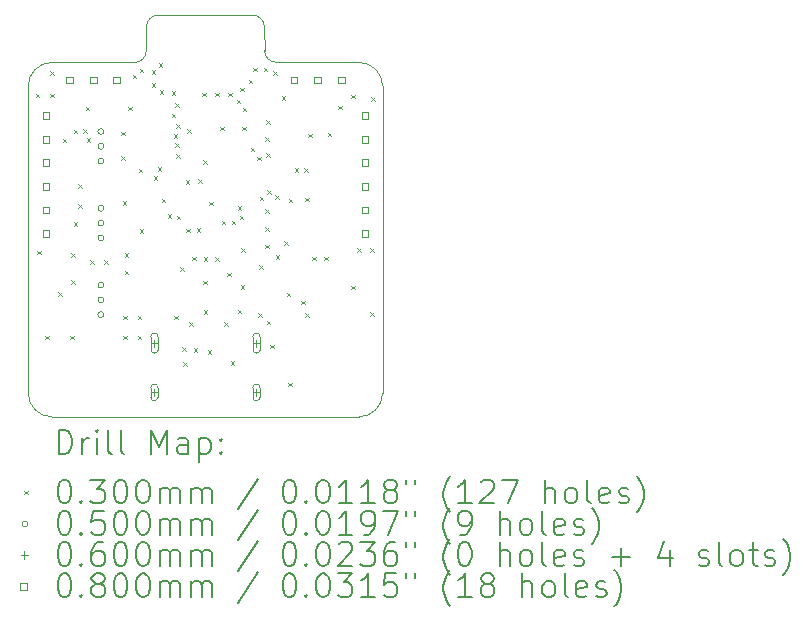
<source format=gbr>
%TF.GenerationSoftware,KiCad,Pcbnew,8.0.7-8.0.7-0~ubuntu24.04.1*%
%TF.CreationDate,2025-01-27T17:00:24+01:00*%
%TF.ProjectId,KICad_Files,4b494361-645f-4466-996c-65732e6b6963,1*%
%TF.SameCoordinates,Original*%
%TF.FileFunction,Drillmap*%
%TF.FilePolarity,Positive*%
%FSLAX45Y45*%
G04 Gerber Fmt 4.5, Leading zero omitted, Abs format (unit mm)*
G04 Created by KiCad (PCBNEW 8.0.7-8.0.7-0~ubuntu24.04.1) date 2025-01-27 17:00:24*
%MOMM*%
%LPD*%
G01*
G04 APERTURE LIST*
%ADD10C,0.050000*%
%ADD11C,0.200000*%
%ADD12C,0.100000*%
G04 APERTURE END LIST*
D10*
X12180000Y-11240000D02*
X12180000Y-8640000D01*
X11280000Y-8438995D02*
G75*
G02*
X11181005Y-8340000I0J98995D01*
G01*
X9380000Y-11440000D02*
X11980000Y-11440000D01*
X9180000Y-8640000D02*
G75*
G02*
X9380000Y-8440000I200000J0D01*
G01*
X9380000Y-11440000D02*
G75*
G02*
X9180000Y-11240000I0J200000D01*
G01*
X11980000Y-8440000D02*
X11280000Y-8438995D01*
X10180000Y-8340000D02*
G75*
G02*
X10080000Y-8440000I-100000J0D01*
G01*
X11080000Y-8040000D02*
G75*
G02*
X11180000Y-8140000I0J-100000D01*
G01*
X11080000Y-8040000D02*
X10280000Y-8040000D01*
X12180000Y-11240000D02*
G75*
G02*
X11980000Y-11440000I-200000J0D01*
G01*
X10080000Y-8440000D02*
X9380000Y-8440000D01*
X10180000Y-8140000D02*
G75*
G02*
X10280000Y-8040000I100000J0D01*
G01*
X9180000Y-8640000D02*
X9180000Y-11240000D01*
X11181005Y-8340000D02*
X11180000Y-8140000D01*
X10180000Y-8140000D02*
X10180000Y-8340000D01*
X11980000Y-8440000D02*
G75*
G02*
X12180000Y-8640000I0J-200000D01*
G01*
D11*
D12*
X9245000Y-8705000D02*
X9275000Y-8735000D01*
X9275000Y-8705000D02*
X9245000Y-8735000D01*
X9255000Y-10035000D02*
X9285000Y-10065000D01*
X9285000Y-10035000D02*
X9255000Y-10065000D01*
X9325000Y-10755000D02*
X9355000Y-10785000D01*
X9355000Y-10755000D02*
X9325000Y-10785000D01*
X9365000Y-8515000D02*
X9395000Y-8545000D01*
X9395000Y-8515000D02*
X9365000Y-8545000D01*
X9365000Y-8705000D02*
X9395000Y-8735000D01*
X9395000Y-8705000D02*
X9365000Y-8735000D01*
X9435000Y-10385000D02*
X9465000Y-10415000D01*
X9465000Y-10385000D02*
X9435000Y-10415000D01*
X9472500Y-9087353D02*
X9502500Y-9117353D01*
X9502500Y-9087353D02*
X9472500Y-9117353D01*
X9535000Y-10755000D02*
X9565000Y-10785000D01*
X9565000Y-10755000D02*
X9535000Y-10785000D01*
X9545000Y-10055000D02*
X9575000Y-10085000D01*
X9575000Y-10055000D02*
X9545000Y-10085000D01*
X9545000Y-10285000D02*
X9575000Y-10315000D01*
X9575000Y-10285000D02*
X9545000Y-10315000D01*
X9565000Y-9795000D02*
X9595000Y-9825000D01*
X9595000Y-9795000D02*
X9565000Y-9825000D01*
X9566449Y-9011596D02*
X9596449Y-9041596D01*
X9596449Y-9011596D02*
X9566449Y-9041596D01*
X9602162Y-9472985D02*
X9632162Y-9502985D01*
X9632162Y-9472985D02*
X9602162Y-9502985D01*
X9602427Y-9642427D02*
X9632427Y-9672427D01*
X9632427Y-9642427D02*
X9602427Y-9672427D01*
X9646177Y-9005003D02*
X9676177Y-9035003D01*
X9676177Y-9005003D02*
X9646177Y-9035003D01*
X9665000Y-8815000D02*
X9695000Y-8845000D01*
X9695000Y-8815000D02*
X9665000Y-8845000D01*
X9675123Y-9079583D02*
X9705123Y-9109583D01*
X9705123Y-9079583D02*
X9675123Y-9109583D01*
X9705000Y-10115000D02*
X9735000Y-10145000D01*
X9735000Y-10115000D02*
X9705000Y-10145000D01*
X9825000Y-10115000D02*
X9855000Y-10145000D01*
X9855000Y-10115000D02*
X9825000Y-10145000D01*
X9965000Y-9025000D02*
X9995000Y-9055000D01*
X9995000Y-9025000D02*
X9965000Y-9055000D01*
X9965000Y-9235000D02*
X9995000Y-9265000D01*
X9995000Y-9235000D02*
X9965000Y-9265000D01*
X9978505Y-9613995D02*
X10008505Y-9643995D01*
X10008505Y-9613995D02*
X9978505Y-9643995D01*
X9985000Y-10585000D02*
X10015000Y-10615000D01*
X10015000Y-10585000D02*
X9985000Y-10615000D01*
X9985000Y-10755000D02*
X10015000Y-10785000D01*
X10015000Y-10755000D02*
X9985000Y-10785000D01*
X9995000Y-10055000D02*
X10025000Y-10085000D01*
X10025000Y-10055000D02*
X9995000Y-10085000D01*
X9995000Y-10205000D02*
X10025000Y-10235000D01*
X10025000Y-10205000D02*
X9995000Y-10235000D01*
X10025000Y-8815000D02*
X10055000Y-8845000D01*
X10055000Y-8815000D02*
X10025000Y-8845000D01*
X10065000Y-8545000D02*
X10095000Y-8575000D01*
X10095000Y-8545000D02*
X10065000Y-8575000D01*
X10105000Y-10585000D02*
X10135000Y-10615000D01*
X10135000Y-10585000D02*
X10105000Y-10615000D01*
X10105000Y-10755000D02*
X10135000Y-10785000D01*
X10135000Y-10755000D02*
X10105000Y-10785000D01*
X10115000Y-9341250D02*
X10145000Y-9371250D01*
X10145000Y-9341250D02*
X10115000Y-9371250D01*
X10122977Y-9850000D02*
X10152977Y-9880000D01*
X10152977Y-9850000D02*
X10122977Y-9880000D01*
X10125000Y-8495000D02*
X10155000Y-8525000D01*
X10155000Y-8495000D02*
X10125000Y-8525000D01*
X10225000Y-8505000D02*
X10255000Y-8535000D01*
X10255000Y-8505000D02*
X10225000Y-8535000D01*
X10225000Y-8615000D02*
X10255000Y-8645000D01*
X10255000Y-8615000D02*
X10225000Y-8645000D01*
X10242500Y-9401250D02*
X10272500Y-9431250D01*
X10272500Y-9401250D02*
X10242500Y-9431250D01*
X10275267Y-9328268D02*
X10305267Y-9358268D01*
X10305267Y-9328268D02*
X10275267Y-9358268D01*
X10285000Y-8445000D02*
X10315000Y-8475000D01*
X10315000Y-8445000D02*
X10285000Y-8475000D01*
X10295000Y-8675000D02*
X10325000Y-8705000D01*
X10325000Y-8675000D02*
X10295000Y-8705000D01*
X10310000Y-9595000D02*
X10340000Y-9625000D01*
X10340000Y-9595000D02*
X10310000Y-9625000D01*
X10359971Y-9724933D02*
X10389971Y-9754933D01*
X10389971Y-9724933D02*
X10359971Y-9754933D01*
X10395000Y-8685000D02*
X10425000Y-8715000D01*
X10425000Y-8685000D02*
X10395000Y-8715000D01*
X10395000Y-8875000D02*
X10425000Y-8905000D01*
X10425000Y-8875000D02*
X10395000Y-8905000D01*
X10412333Y-9046923D02*
X10442333Y-9076923D01*
X10442333Y-9046923D02*
X10412333Y-9076923D01*
X10415000Y-10585000D02*
X10445000Y-10615000D01*
X10445000Y-10585000D02*
X10415000Y-10615000D01*
X10423652Y-9126118D02*
X10453652Y-9156118D01*
X10453652Y-9126118D02*
X10423652Y-9156118D01*
X10425000Y-8785000D02*
X10455000Y-8815000D01*
X10455000Y-8785000D02*
X10425000Y-8815000D01*
X10431051Y-9218370D02*
X10461051Y-9248370D01*
X10461051Y-9218370D02*
X10431051Y-9248370D01*
X10435000Y-8965000D02*
X10465000Y-8995000D01*
X10465000Y-8965000D02*
X10435000Y-8995000D01*
X10438954Y-9737649D02*
X10468954Y-9767649D01*
X10468954Y-9737649D02*
X10438954Y-9767649D01*
X10465000Y-10175000D02*
X10495000Y-10205000D01*
X10495000Y-10175000D02*
X10465000Y-10205000D01*
X10485000Y-10852000D02*
X10515000Y-10882000D01*
X10515000Y-10852000D02*
X10485000Y-10882000D01*
X10492500Y-10977500D02*
X10522500Y-11007500D01*
X10522500Y-10977500D02*
X10492500Y-11007500D01*
X10515000Y-9435000D02*
X10545000Y-9465000D01*
X10545000Y-9435000D02*
X10515000Y-9465000D01*
X10517574Y-9847574D02*
X10547574Y-9877574D01*
X10547574Y-9847574D02*
X10517574Y-9877574D01*
X10525000Y-9005000D02*
X10555000Y-9035000D01*
X10555000Y-9005000D02*
X10525000Y-9035000D01*
X10542500Y-10640000D02*
X10572500Y-10670000D01*
X10572500Y-10640000D02*
X10542500Y-10670000D01*
X10570000Y-10085000D02*
X10600000Y-10115000D01*
X10600000Y-10085000D02*
X10570000Y-10115000D01*
X10580000Y-10860000D02*
X10610000Y-10890000D01*
X10610000Y-10860000D02*
X10580000Y-10890000D01*
X10605000Y-9845000D02*
X10635000Y-9875000D01*
X10635000Y-9845000D02*
X10605000Y-9875000D01*
X10618897Y-9428898D02*
X10648897Y-9458898D01*
X10648897Y-9428898D02*
X10618897Y-9458898D01*
X10655000Y-8695000D02*
X10685000Y-8725000D01*
X10685000Y-8695000D02*
X10655000Y-8725000D01*
X10662460Y-9269600D02*
X10692460Y-9299600D01*
X10692460Y-9269600D02*
X10662460Y-9299600D01*
X10662500Y-10287500D02*
X10692500Y-10317500D01*
X10692500Y-10287500D02*
X10662500Y-10317500D01*
X10665000Y-10537500D02*
X10695000Y-10567500D01*
X10695000Y-10537500D02*
X10665000Y-10567500D01*
X10667500Y-10087500D02*
X10697500Y-10117500D01*
X10697500Y-10087500D02*
X10667500Y-10117500D01*
X10700000Y-10875000D02*
X10730000Y-10905000D01*
X10730000Y-10875000D02*
X10700000Y-10905000D01*
X10713159Y-9617479D02*
X10743159Y-9647479D01*
X10743159Y-9617479D02*
X10713159Y-9647479D01*
X10762500Y-10087500D02*
X10792500Y-10117500D01*
X10792500Y-10087500D02*
X10762500Y-10117500D01*
X10765000Y-8695000D02*
X10795000Y-8725000D01*
X10795000Y-8695000D02*
X10765000Y-8725000D01*
X10805000Y-8985000D02*
X10835000Y-9015000D01*
X10835000Y-8985000D02*
X10805000Y-9015000D01*
X10817365Y-9780135D02*
X10847365Y-9810135D01*
X10847365Y-9780135D02*
X10817365Y-9810135D01*
X10840000Y-10640000D02*
X10870000Y-10670000D01*
X10870000Y-10640000D02*
X10840000Y-10670000D01*
X10862500Y-10220000D02*
X10892500Y-10250000D01*
X10892500Y-10220000D02*
X10862500Y-10250000D01*
X10875000Y-8695000D02*
X10905000Y-8725000D01*
X10905000Y-8695000D02*
X10875000Y-8725000D01*
X10892500Y-10967500D02*
X10922500Y-10997500D01*
X10922500Y-10967500D02*
X10892500Y-10997500D01*
X10901467Y-9779384D02*
X10931467Y-9809384D01*
X10931467Y-9779384D02*
X10901467Y-9809384D01*
X10945000Y-8755000D02*
X10975000Y-8785000D01*
X10975000Y-8755000D02*
X10945000Y-8785000D01*
X10953750Y-9658750D02*
X10983750Y-9688750D01*
X10983750Y-9658750D02*
X10953750Y-9688750D01*
X10953788Y-10532359D02*
X10983788Y-10562359D01*
X10983788Y-10532359D02*
X10953788Y-10562359D01*
X10969440Y-9737197D02*
X10999440Y-9767197D01*
X10999440Y-9737197D02*
X10969440Y-9767197D01*
X10975000Y-8655000D02*
X11005000Y-8685000D01*
X11005000Y-8655000D02*
X10975000Y-8685000D01*
X10979860Y-10327500D02*
X11009860Y-10357500D01*
X11009860Y-10327500D02*
X10979860Y-10357500D01*
X10985000Y-10015000D02*
X11015000Y-10045000D01*
X11015000Y-10015000D02*
X10985000Y-10045000D01*
X10992119Y-8985819D02*
X11022119Y-9015819D01*
X11022119Y-8985819D02*
X10992119Y-9015819D01*
X10995000Y-8825000D02*
X11025000Y-8855000D01*
X11025000Y-8825000D02*
X10995000Y-8855000D01*
X11045000Y-8585000D02*
X11075000Y-8615000D01*
X11075000Y-8585000D02*
X11045000Y-8615000D01*
X11063678Y-9162500D02*
X11093678Y-9192500D01*
X11093678Y-9162500D02*
X11063678Y-9192500D01*
X11085000Y-8485000D02*
X11115000Y-8515000D01*
X11115000Y-8485000D02*
X11085000Y-8515000D01*
X11117220Y-9240000D02*
X11147220Y-9270000D01*
X11147220Y-9240000D02*
X11117220Y-9270000D01*
X11125000Y-10565000D02*
X11155000Y-10595000D01*
X11155000Y-10565000D02*
X11125000Y-10595000D01*
X11135000Y-10155000D02*
X11165000Y-10185000D01*
X11165000Y-10155000D02*
X11135000Y-10185000D01*
X11139500Y-9576627D02*
X11169500Y-9606627D01*
X11169500Y-9576627D02*
X11139500Y-9606627D01*
X11175000Y-8485000D02*
X11205000Y-8515000D01*
X11205000Y-8485000D02*
X11175000Y-8515000D01*
X11185000Y-9075000D02*
X11215000Y-9105000D01*
X11215000Y-9075000D02*
X11185000Y-9105000D01*
X11185000Y-9685000D02*
X11215000Y-9715000D01*
X11215000Y-9685000D02*
X11185000Y-9715000D01*
X11185000Y-9835000D02*
X11215000Y-9865000D01*
X11215000Y-9835000D02*
X11185000Y-9865000D01*
X11185000Y-9985000D02*
X11215000Y-10015000D01*
X11215000Y-9985000D02*
X11185000Y-10015000D01*
X11195545Y-9208965D02*
X11225545Y-9238965D01*
X11225545Y-9208965D02*
X11195545Y-9238965D01*
X11196512Y-8928488D02*
X11226512Y-8958488D01*
X11226512Y-8928488D02*
X11196512Y-8958488D01*
X11200000Y-10627500D02*
X11230000Y-10657500D01*
X11230000Y-10627500D02*
X11200000Y-10657500D01*
X11202500Y-9520000D02*
X11232500Y-9550000D01*
X11232500Y-9520000D02*
X11202500Y-9550000D01*
X11227500Y-10830000D02*
X11257500Y-10860000D01*
X11257500Y-10830000D02*
X11227500Y-10860000D01*
X11255000Y-8515000D02*
X11285000Y-8545000D01*
X11285000Y-8515000D02*
X11255000Y-8545000D01*
X11269064Y-9564376D02*
X11299064Y-9594376D01*
X11299064Y-9564376D02*
X11269064Y-9594376D01*
X11274927Y-10070074D02*
X11304927Y-10100074D01*
X11304927Y-10070074D02*
X11274927Y-10100074D01*
X11325000Y-8725000D02*
X11355000Y-8755000D01*
X11355000Y-8725000D02*
X11325000Y-8755000D01*
X11345000Y-9955000D02*
X11375000Y-9985000D01*
X11375000Y-9955000D02*
X11345000Y-9985000D01*
X11367500Y-10389740D02*
X11397500Y-10419740D01*
X11397500Y-10389740D02*
X11367500Y-10419740D01*
X11380000Y-11152500D02*
X11410000Y-11182500D01*
X11410000Y-11152500D02*
X11380000Y-11182500D01*
X11385000Y-9595000D02*
X11415000Y-9625000D01*
X11415000Y-9595000D02*
X11385000Y-9625000D01*
X11435000Y-9335000D02*
X11465000Y-9365000D01*
X11465000Y-9335000D02*
X11435000Y-9365000D01*
X11492500Y-10457500D02*
X11522500Y-10487500D01*
X11522500Y-10457500D02*
X11492500Y-10487500D01*
X11515000Y-9335000D02*
X11545000Y-9365000D01*
X11545000Y-9335000D02*
X11515000Y-9365000D01*
X11525000Y-9585000D02*
X11555000Y-9615000D01*
X11555000Y-9585000D02*
X11525000Y-9615000D01*
X11525000Y-10565000D02*
X11555000Y-10595000D01*
X11555000Y-10565000D02*
X11525000Y-10595000D01*
X11551875Y-9041875D02*
X11581875Y-9071875D01*
X11581875Y-9041875D02*
X11551875Y-9071875D01*
X11585000Y-10085000D02*
X11615000Y-10115000D01*
X11615000Y-10085000D02*
X11585000Y-10115000D01*
X11685000Y-10085000D02*
X11715000Y-10115000D01*
X11715000Y-10085000D02*
X11685000Y-10115000D01*
X11715000Y-9035000D02*
X11745000Y-9065000D01*
X11745000Y-9035000D02*
X11715000Y-9065000D01*
X11805000Y-8805000D02*
X11835000Y-8835000D01*
X11835000Y-8805000D02*
X11805000Y-8835000D01*
X11912500Y-10330000D02*
X11942500Y-10360000D01*
X11942500Y-10330000D02*
X11912500Y-10360000D01*
X11915000Y-8715000D02*
X11945000Y-8745000D01*
X11945000Y-8715000D02*
X11915000Y-8745000D01*
X11965000Y-10015000D02*
X11995000Y-10045000D01*
X11995000Y-10015000D02*
X11965000Y-10045000D01*
X12075000Y-10015000D02*
X12105000Y-10045000D01*
X12105000Y-10015000D02*
X12075000Y-10045000D01*
X12075000Y-10555000D02*
X12105000Y-10585000D01*
X12105000Y-10555000D02*
X12075000Y-10585000D01*
X12085000Y-8735000D02*
X12115000Y-8765000D01*
X12115000Y-8735000D02*
X12085000Y-8765000D01*
X9820000Y-9025000D02*
G75*
G02*
X9770000Y-9025000I-25000J0D01*
G01*
X9770000Y-9025000D02*
G75*
G02*
X9820000Y-9025000I25000J0D01*
G01*
X9820000Y-9150000D02*
G75*
G02*
X9770000Y-9150000I-25000J0D01*
G01*
X9770000Y-9150000D02*
G75*
G02*
X9820000Y-9150000I25000J0D01*
G01*
X9820000Y-9275000D02*
G75*
G02*
X9770000Y-9275000I-25000J0D01*
G01*
X9770000Y-9275000D02*
G75*
G02*
X9820000Y-9275000I25000J0D01*
G01*
X9820000Y-9675000D02*
G75*
G02*
X9770000Y-9675000I-25000J0D01*
G01*
X9770000Y-9675000D02*
G75*
G02*
X9820000Y-9675000I25000J0D01*
G01*
X9820000Y-9800000D02*
G75*
G02*
X9770000Y-9800000I-25000J0D01*
G01*
X9770000Y-9800000D02*
G75*
G02*
X9820000Y-9800000I25000J0D01*
G01*
X9820000Y-9925000D02*
G75*
G02*
X9770000Y-9925000I-25000J0D01*
G01*
X9770000Y-9925000D02*
G75*
G02*
X9820000Y-9925000I25000J0D01*
G01*
X9820000Y-10325000D02*
G75*
G02*
X9770000Y-10325000I-25000J0D01*
G01*
X9770000Y-10325000D02*
G75*
G02*
X9820000Y-10325000I25000J0D01*
G01*
X9820000Y-10450000D02*
G75*
G02*
X9770000Y-10450000I-25000J0D01*
G01*
X9770000Y-10450000D02*
G75*
G02*
X9820000Y-10450000I25000J0D01*
G01*
X9820000Y-10575000D02*
G75*
G02*
X9770000Y-10575000I-25000J0D01*
G01*
X9770000Y-10575000D02*
G75*
G02*
X9820000Y-10575000I25000J0D01*
G01*
X10248000Y-10787000D02*
X10248000Y-10847000D01*
X10218000Y-10817000D02*
X10278000Y-10817000D01*
X10278000Y-10872000D02*
X10278000Y-10762000D01*
X10218000Y-10762000D02*
G75*
G02*
X10278000Y-10762000I30000J0D01*
G01*
X10218000Y-10762000D02*
X10218000Y-10872000D01*
X10218000Y-10872000D02*
G75*
G03*
X10278000Y-10872000I30000J0D01*
G01*
X10248000Y-11204000D02*
X10248000Y-11264000D01*
X10218000Y-11234000D02*
X10278000Y-11234000D01*
X10278000Y-11274000D02*
X10278000Y-11194000D01*
X10218000Y-11194000D02*
G75*
G02*
X10278000Y-11194000I30000J0D01*
G01*
X10218000Y-11194000D02*
X10218000Y-11274000D01*
X10218000Y-11274000D02*
G75*
G03*
X10278000Y-11274000I30000J0D01*
G01*
X11112000Y-10787000D02*
X11112000Y-10847000D01*
X11082000Y-10817000D02*
X11142000Y-10817000D01*
X11142000Y-10872000D02*
X11142000Y-10762000D01*
X11082000Y-10762000D02*
G75*
G02*
X11142000Y-10762000I30000J0D01*
G01*
X11082000Y-10762000D02*
X11082000Y-10872000D01*
X11082000Y-10872000D02*
G75*
G03*
X11142000Y-10872000I30000J0D01*
G01*
X11112000Y-11204000D02*
X11112000Y-11264000D01*
X11082000Y-11234000D02*
X11142000Y-11234000D01*
X11142000Y-11274000D02*
X11142000Y-11194000D01*
X11082000Y-11194000D02*
G75*
G02*
X11142000Y-11194000I30000J0D01*
G01*
X11082000Y-11194000D02*
X11082000Y-11274000D01*
X11082000Y-11274000D02*
G75*
G03*
X11142000Y-11274000I30000J0D01*
G01*
X9358285Y-8918285D02*
X9358285Y-8861716D01*
X9301716Y-8861716D01*
X9301716Y-8918285D01*
X9358285Y-8918285D01*
X9358285Y-9118285D02*
X9358285Y-9061716D01*
X9301716Y-9061716D01*
X9301716Y-9118285D01*
X9358285Y-9118285D01*
X9358285Y-9318285D02*
X9358285Y-9261716D01*
X9301716Y-9261716D01*
X9301716Y-9318285D01*
X9358285Y-9318285D01*
X9358285Y-9518285D02*
X9358285Y-9461716D01*
X9301716Y-9461716D01*
X9301716Y-9518285D01*
X9358285Y-9518285D01*
X9358285Y-9718285D02*
X9358285Y-9661716D01*
X9301716Y-9661716D01*
X9301716Y-9718285D01*
X9358285Y-9718285D01*
X9358285Y-9918285D02*
X9358285Y-9861716D01*
X9301716Y-9861716D01*
X9301716Y-9918285D01*
X9358285Y-9918285D01*
X9558285Y-8618285D02*
X9558285Y-8561716D01*
X9501716Y-8561716D01*
X9501716Y-8618285D01*
X9558285Y-8618285D01*
X9758285Y-8618285D02*
X9758285Y-8561716D01*
X9701716Y-8561716D01*
X9701716Y-8618285D01*
X9758285Y-8618285D01*
X9958285Y-8618285D02*
X9958285Y-8561716D01*
X9901716Y-8561716D01*
X9901716Y-8618285D01*
X9958285Y-8618285D01*
X11458285Y-8618285D02*
X11458285Y-8561716D01*
X11401716Y-8561716D01*
X11401716Y-8618285D01*
X11458285Y-8618285D01*
X11658285Y-8618285D02*
X11658285Y-8561716D01*
X11601716Y-8561716D01*
X11601716Y-8618285D01*
X11658285Y-8618285D01*
X11858285Y-8618285D02*
X11858285Y-8561716D01*
X11801716Y-8561716D01*
X11801716Y-8618285D01*
X11858285Y-8618285D01*
X12058285Y-8918285D02*
X12058285Y-8861716D01*
X12001716Y-8861716D01*
X12001716Y-8918285D01*
X12058285Y-8918285D01*
X12058285Y-9118285D02*
X12058285Y-9061716D01*
X12001716Y-9061716D01*
X12001716Y-9118285D01*
X12058285Y-9118285D01*
X12058285Y-9318285D02*
X12058285Y-9261716D01*
X12001716Y-9261716D01*
X12001716Y-9318285D01*
X12058285Y-9318285D01*
X12058285Y-9518285D02*
X12058285Y-9461716D01*
X12001716Y-9461716D01*
X12001716Y-9518285D01*
X12058285Y-9518285D01*
X12058285Y-9718285D02*
X12058285Y-9661716D01*
X12001716Y-9661716D01*
X12001716Y-9718285D01*
X12058285Y-9718285D01*
X12058285Y-9918285D02*
X12058285Y-9861716D01*
X12001716Y-9861716D01*
X12001716Y-9918285D01*
X12058285Y-9918285D01*
D11*
X9438277Y-11753984D02*
X9438277Y-11553984D01*
X9438277Y-11553984D02*
X9485896Y-11553984D01*
X9485896Y-11553984D02*
X9514467Y-11563508D01*
X9514467Y-11563508D02*
X9533515Y-11582555D01*
X9533515Y-11582555D02*
X9543039Y-11601603D01*
X9543039Y-11601603D02*
X9552563Y-11639698D01*
X9552563Y-11639698D02*
X9552563Y-11668269D01*
X9552563Y-11668269D02*
X9543039Y-11706365D01*
X9543039Y-11706365D02*
X9533515Y-11725412D01*
X9533515Y-11725412D02*
X9514467Y-11744460D01*
X9514467Y-11744460D02*
X9485896Y-11753984D01*
X9485896Y-11753984D02*
X9438277Y-11753984D01*
X9638277Y-11753984D02*
X9638277Y-11620650D01*
X9638277Y-11658746D02*
X9647801Y-11639698D01*
X9647801Y-11639698D02*
X9657325Y-11630174D01*
X9657325Y-11630174D02*
X9676372Y-11620650D01*
X9676372Y-11620650D02*
X9695420Y-11620650D01*
X9762086Y-11753984D02*
X9762086Y-11620650D01*
X9762086Y-11553984D02*
X9752563Y-11563508D01*
X9752563Y-11563508D02*
X9762086Y-11573031D01*
X9762086Y-11573031D02*
X9771610Y-11563508D01*
X9771610Y-11563508D02*
X9762086Y-11553984D01*
X9762086Y-11553984D02*
X9762086Y-11573031D01*
X9885896Y-11753984D02*
X9866848Y-11744460D01*
X9866848Y-11744460D02*
X9857325Y-11725412D01*
X9857325Y-11725412D02*
X9857325Y-11553984D01*
X9990658Y-11753984D02*
X9971610Y-11744460D01*
X9971610Y-11744460D02*
X9962086Y-11725412D01*
X9962086Y-11725412D02*
X9962086Y-11553984D01*
X10219229Y-11753984D02*
X10219229Y-11553984D01*
X10219229Y-11553984D02*
X10285896Y-11696841D01*
X10285896Y-11696841D02*
X10352563Y-11553984D01*
X10352563Y-11553984D02*
X10352563Y-11753984D01*
X10533515Y-11753984D02*
X10533515Y-11649222D01*
X10533515Y-11649222D02*
X10523991Y-11630174D01*
X10523991Y-11630174D02*
X10504944Y-11620650D01*
X10504944Y-11620650D02*
X10466848Y-11620650D01*
X10466848Y-11620650D02*
X10447801Y-11630174D01*
X10533515Y-11744460D02*
X10514467Y-11753984D01*
X10514467Y-11753984D02*
X10466848Y-11753984D01*
X10466848Y-11753984D02*
X10447801Y-11744460D01*
X10447801Y-11744460D02*
X10438277Y-11725412D01*
X10438277Y-11725412D02*
X10438277Y-11706365D01*
X10438277Y-11706365D02*
X10447801Y-11687317D01*
X10447801Y-11687317D02*
X10466848Y-11677793D01*
X10466848Y-11677793D02*
X10514467Y-11677793D01*
X10514467Y-11677793D02*
X10533515Y-11668269D01*
X10628753Y-11620650D02*
X10628753Y-11820650D01*
X10628753Y-11630174D02*
X10647801Y-11620650D01*
X10647801Y-11620650D02*
X10685896Y-11620650D01*
X10685896Y-11620650D02*
X10704944Y-11630174D01*
X10704944Y-11630174D02*
X10714467Y-11639698D01*
X10714467Y-11639698D02*
X10723991Y-11658746D01*
X10723991Y-11658746D02*
X10723991Y-11715888D01*
X10723991Y-11715888D02*
X10714467Y-11734936D01*
X10714467Y-11734936D02*
X10704944Y-11744460D01*
X10704944Y-11744460D02*
X10685896Y-11753984D01*
X10685896Y-11753984D02*
X10647801Y-11753984D01*
X10647801Y-11753984D02*
X10628753Y-11744460D01*
X10809706Y-11734936D02*
X10819229Y-11744460D01*
X10819229Y-11744460D02*
X10809706Y-11753984D01*
X10809706Y-11753984D02*
X10800182Y-11744460D01*
X10800182Y-11744460D02*
X10809706Y-11734936D01*
X10809706Y-11734936D02*
X10809706Y-11753984D01*
X10809706Y-11630174D02*
X10819229Y-11639698D01*
X10819229Y-11639698D02*
X10809706Y-11649222D01*
X10809706Y-11649222D02*
X10800182Y-11639698D01*
X10800182Y-11639698D02*
X10809706Y-11630174D01*
X10809706Y-11630174D02*
X10809706Y-11649222D01*
D12*
X9147500Y-12067500D02*
X9177500Y-12097500D01*
X9177500Y-12067500D02*
X9147500Y-12097500D01*
D11*
X9476372Y-11973984D02*
X9495420Y-11973984D01*
X9495420Y-11973984D02*
X9514467Y-11983508D01*
X9514467Y-11983508D02*
X9523991Y-11993031D01*
X9523991Y-11993031D02*
X9533515Y-12012079D01*
X9533515Y-12012079D02*
X9543039Y-12050174D01*
X9543039Y-12050174D02*
X9543039Y-12097793D01*
X9543039Y-12097793D02*
X9533515Y-12135888D01*
X9533515Y-12135888D02*
X9523991Y-12154936D01*
X9523991Y-12154936D02*
X9514467Y-12164460D01*
X9514467Y-12164460D02*
X9495420Y-12173984D01*
X9495420Y-12173984D02*
X9476372Y-12173984D01*
X9476372Y-12173984D02*
X9457325Y-12164460D01*
X9457325Y-12164460D02*
X9447801Y-12154936D01*
X9447801Y-12154936D02*
X9438277Y-12135888D01*
X9438277Y-12135888D02*
X9428753Y-12097793D01*
X9428753Y-12097793D02*
X9428753Y-12050174D01*
X9428753Y-12050174D02*
X9438277Y-12012079D01*
X9438277Y-12012079D02*
X9447801Y-11993031D01*
X9447801Y-11993031D02*
X9457325Y-11983508D01*
X9457325Y-11983508D02*
X9476372Y-11973984D01*
X9628753Y-12154936D02*
X9638277Y-12164460D01*
X9638277Y-12164460D02*
X9628753Y-12173984D01*
X9628753Y-12173984D02*
X9619229Y-12164460D01*
X9619229Y-12164460D02*
X9628753Y-12154936D01*
X9628753Y-12154936D02*
X9628753Y-12173984D01*
X9704944Y-11973984D02*
X9828753Y-11973984D01*
X9828753Y-11973984D02*
X9762086Y-12050174D01*
X9762086Y-12050174D02*
X9790658Y-12050174D01*
X9790658Y-12050174D02*
X9809706Y-12059698D01*
X9809706Y-12059698D02*
X9819229Y-12069222D01*
X9819229Y-12069222D02*
X9828753Y-12088269D01*
X9828753Y-12088269D02*
X9828753Y-12135888D01*
X9828753Y-12135888D02*
X9819229Y-12154936D01*
X9819229Y-12154936D02*
X9809706Y-12164460D01*
X9809706Y-12164460D02*
X9790658Y-12173984D01*
X9790658Y-12173984D02*
X9733515Y-12173984D01*
X9733515Y-12173984D02*
X9714467Y-12164460D01*
X9714467Y-12164460D02*
X9704944Y-12154936D01*
X9952563Y-11973984D02*
X9971610Y-11973984D01*
X9971610Y-11973984D02*
X9990658Y-11983508D01*
X9990658Y-11983508D02*
X10000182Y-11993031D01*
X10000182Y-11993031D02*
X10009706Y-12012079D01*
X10009706Y-12012079D02*
X10019229Y-12050174D01*
X10019229Y-12050174D02*
X10019229Y-12097793D01*
X10019229Y-12097793D02*
X10009706Y-12135888D01*
X10009706Y-12135888D02*
X10000182Y-12154936D01*
X10000182Y-12154936D02*
X9990658Y-12164460D01*
X9990658Y-12164460D02*
X9971610Y-12173984D01*
X9971610Y-12173984D02*
X9952563Y-12173984D01*
X9952563Y-12173984D02*
X9933515Y-12164460D01*
X9933515Y-12164460D02*
X9923991Y-12154936D01*
X9923991Y-12154936D02*
X9914467Y-12135888D01*
X9914467Y-12135888D02*
X9904944Y-12097793D01*
X9904944Y-12097793D02*
X9904944Y-12050174D01*
X9904944Y-12050174D02*
X9914467Y-12012079D01*
X9914467Y-12012079D02*
X9923991Y-11993031D01*
X9923991Y-11993031D02*
X9933515Y-11983508D01*
X9933515Y-11983508D02*
X9952563Y-11973984D01*
X10143039Y-11973984D02*
X10162087Y-11973984D01*
X10162087Y-11973984D02*
X10181134Y-11983508D01*
X10181134Y-11983508D02*
X10190658Y-11993031D01*
X10190658Y-11993031D02*
X10200182Y-12012079D01*
X10200182Y-12012079D02*
X10209706Y-12050174D01*
X10209706Y-12050174D02*
X10209706Y-12097793D01*
X10209706Y-12097793D02*
X10200182Y-12135888D01*
X10200182Y-12135888D02*
X10190658Y-12154936D01*
X10190658Y-12154936D02*
X10181134Y-12164460D01*
X10181134Y-12164460D02*
X10162087Y-12173984D01*
X10162087Y-12173984D02*
X10143039Y-12173984D01*
X10143039Y-12173984D02*
X10123991Y-12164460D01*
X10123991Y-12164460D02*
X10114467Y-12154936D01*
X10114467Y-12154936D02*
X10104944Y-12135888D01*
X10104944Y-12135888D02*
X10095420Y-12097793D01*
X10095420Y-12097793D02*
X10095420Y-12050174D01*
X10095420Y-12050174D02*
X10104944Y-12012079D01*
X10104944Y-12012079D02*
X10114467Y-11993031D01*
X10114467Y-11993031D02*
X10123991Y-11983508D01*
X10123991Y-11983508D02*
X10143039Y-11973984D01*
X10295420Y-12173984D02*
X10295420Y-12040650D01*
X10295420Y-12059698D02*
X10304944Y-12050174D01*
X10304944Y-12050174D02*
X10323991Y-12040650D01*
X10323991Y-12040650D02*
X10352563Y-12040650D01*
X10352563Y-12040650D02*
X10371610Y-12050174D01*
X10371610Y-12050174D02*
X10381134Y-12069222D01*
X10381134Y-12069222D02*
X10381134Y-12173984D01*
X10381134Y-12069222D02*
X10390658Y-12050174D01*
X10390658Y-12050174D02*
X10409706Y-12040650D01*
X10409706Y-12040650D02*
X10438277Y-12040650D01*
X10438277Y-12040650D02*
X10457325Y-12050174D01*
X10457325Y-12050174D02*
X10466848Y-12069222D01*
X10466848Y-12069222D02*
X10466848Y-12173984D01*
X10562087Y-12173984D02*
X10562087Y-12040650D01*
X10562087Y-12059698D02*
X10571610Y-12050174D01*
X10571610Y-12050174D02*
X10590658Y-12040650D01*
X10590658Y-12040650D02*
X10619229Y-12040650D01*
X10619229Y-12040650D02*
X10638277Y-12050174D01*
X10638277Y-12050174D02*
X10647801Y-12069222D01*
X10647801Y-12069222D02*
X10647801Y-12173984D01*
X10647801Y-12069222D02*
X10657325Y-12050174D01*
X10657325Y-12050174D02*
X10676372Y-12040650D01*
X10676372Y-12040650D02*
X10704944Y-12040650D01*
X10704944Y-12040650D02*
X10723991Y-12050174D01*
X10723991Y-12050174D02*
X10733515Y-12069222D01*
X10733515Y-12069222D02*
X10733515Y-12173984D01*
X11123991Y-11964460D02*
X10952563Y-12221603D01*
X11381134Y-11973984D02*
X11400182Y-11973984D01*
X11400182Y-11973984D02*
X11419229Y-11983508D01*
X11419229Y-11983508D02*
X11428753Y-11993031D01*
X11428753Y-11993031D02*
X11438277Y-12012079D01*
X11438277Y-12012079D02*
X11447801Y-12050174D01*
X11447801Y-12050174D02*
X11447801Y-12097793D01*
X11447801Y-12097793D02*
X11438277Y-12135888D01*
X11438277Y-12135888D02*
X11428753Y-12154936D01*
X11428753Y-12154936D02*
X11419229Y-12164460D01*
X11419229Y-12164460D02*
X11400182Y-12173984D01*
X11400182Y-12173984D02*
X11381134Y-12173984D01*
X11381134Y-12173984D02*
X11362087Y-12164460D01*
X11362087Y-12164460D02*
X11352563Y-12154936D01*
X11352563Y-12154936D02*
X11343039Y-12135888D01*
X11343039Y-12135888D02*
X11333515Y-12097793D01*
X11333515Y-12097793D02*
X11333515Y-12050174D01*
X11333515Y-12050174D02*
X11343039Y-12012079D01*
X11343039Y-12012079D02*
X11352563Y-11993031D01*
X11352563Y-11993031D02*
X11362087Y-11983508D01*
X11362087Y-11983508D02*
X11381134Y-11973984D01*
X11533515Y-12154936D02*
X11543039Y-12164460D01*
X11543039Y-12164460D02*
X11533515Y-12173984D01*
X11533515Y-12173984D02*
X11523991Y-12164460D01*
X11523991Y-12164460D02*
X11533515Y-12154936D01*
X11533515Y-12154936D02*
X11533515Y-12173984D01*
X11666848Y-11973984D02*
X11685896Y-11973984D01*
X11685896Y-11973984D02*
X11704944Y-11983508D01*
X11704944Y-11983508D02*
X11714468Y-11993031D01*
X11714468Y-11993031D02*
X11723991Y-12012079D01*
X11723991Y-12012079D02*
X11733515Y-12050174D01*
X11733515Y-12050174D02*
X11733515Y-12097793D01*
X11733515Y-12097793D02*
X11723991Y-12135888D01*
X11723991Y-12135888D02*
X11714468Y-12154936D01*
X11714468Y-12154936D02*
X11704944Y-12164460D01*
X11704944Y-12164460D02*
X11685896Y-12173984D01*
X11685896Y-12173984D02*
X11666848Y-12173984D01*
X11666848Y-12173984D02*
X11647801Y-12164460D01*
X11647801Y-12164460D02*
X11638277Y-12154936D01*
X11638277Y-12154936D02*
X11628753Y-12135888D01*
X11628753Y-12135888D02*
X11619229Y-12097793D01*
X11619229Y-12097793D02*
X11619229Y-12050174D01*
X11619229Y-12050174D02*
X11628753Y-12012079D01*
X11628753Y-12012079D02*
X11638277Y-11993031D01*
X11638277Y-11993031D02*
X11647801Y-11983508D01*
X11647801Y-11983508D02*
X11666848Y-11973984D01*
X11923991Y-12173984D02*
X11809706Y-12173984D01*
X11866848Y-12173984D02*
X11866848Y-11973984D01*
X11866848Y-11973984D02*
X11847801Y-12002555D01*
X11847801Y-12002555D02*
X11828753Y-12021603D01*
X11828753Y-12021603D02*
X11809706Y-12031127D01*
X12114468Y-12173984D02*
X12000182Y-12173984D01*
X12057325Y-12173984D02*
X12057325Y-11973984D01*
X12057325Y-11973984D02*
X12038277Y-12002555D01*
X12038277Y-12002555D02*
X12019229Y-12021603D01*
X12019229Y-12021603D02*
X12000182Y-12031127D01*
X12228753Y-12059698D02*
X12209706Y-12050174D01*
X12209706Y-12050174D02*
X12200182Y-12040650D01*
X12200182Y-12040650D02*
X12190658Y-12021603D01*
X12190658Y-12021603D02*
X12190658Y-12012079D01*
X12190658Y-12012079D02*
X12200182Y-11993031D01*
X12200182Y-11993031D02*
X12209706Y-11983508D01*
X12209706Y-11983508D02*
X12228753Y-11973984D01*
X12228753Y-11973984D02*
X12266849Y-11973984D01*
X12266849Y-11973984D02*
X12285896Y-11983508D01*
X12285896Y-11983508D02*
X12295420Y-11993031D01*
X12295420Y-11993031D02*
X12304944Y-12012079D01*
X12304944Y-12012079D02*
X12304944Y-12021603D01*
X12304944Y-12021603D02*
X12295420Y-12040650D01*
X12295420Y-12040650D02*
X12285896Y-12050174D01*
X12285896Y-12050174D02*
X12266849Y-12059698D01*
X12266849Y-12059698D02*
X12228753Y-12059698D01*
X12228753Y-12059698D02*
X12209706Y-12069222D01*
X12209706Y-12069222D02*
X12200182Y-12078746D01*
X12200182Y-12078746D02*
X12190658Y-12097793D01*
X12190658Y-12097793D02*
X12190658Y-12135888D01*
X12190658Y-12135888D02*
X12200182Y-12154936D01*
X12200182Y-12154936D02*
X12209706Y-12164460D01*
X12209706Y-12164460D02*
X12228753Y-12173984D01*
X12228753Y-12173984D02*
X12266849Y-12173984D01*
X12266849Y-12173984D02*
X12285896Y-12164460D01*
X12285896Y-12164460D02*
X12295420Y-12154936D01*
X12295420Y-12154936D02*
X12304944Y-12135888D01*
X12304944Y-12135888D02*
X12304944Y-12097793D01*
X12304944Y-12097793D02*
X12295420Y-12078746D01*
X12295420Y-12078746D02*
X12285896Y-12069222D01*
X12285896Y-12069222D02*
X12266849Y-12059698D01*
X12381134Y-11973984D02*
X12381134Y-12012079D01*
X12457325Y-11973984D02*
X12457325Y-12012079D01*
X12752563Y-12250174D02*
X12743039Y-12240650D01*
X12743039Y-12240650D02*
X12723991Y-12212079D01*
X12723991Y-12212079D02*
X12714468Y-12193031D01*
X12714468Y-12193031D02*
X12704944Y-12164460D01*
X12704944Y-12164460D02*
X12695420Y-12116841D01*
X12695420Y-12116841D02*
X12695420Y-12078746D01*
X12695420Y-12078746D02*
X12704944Y-12031127D01*
X12704944Y-12031127D02*
X12714468Y-12002555D01*
X12714468Y-12002555D02*
X12723991Y-11983508D01*
X12723991Y-11983508D02*
X12743039Y-11954936D01*
X12743039Y-11954936D02*
X12752563Y-11945412D01*
X12933515Y-12173984D02*
X12819230Y-12173984D01*
X12876372Y-12173984D02*
X12876372Y-11973984D01*
X12876372Y-11973984D02*
X12857325Y-12002555D01*
X12857325Y-12002555D02*
X12838277Y-12021603D01*
X12838277Y-12021603D02*
X12819230Y-12031127D01*
X13009706Y-11993031D02*
X13019230Y-11983508D01*
X13019230Y-11983508D02*
X13038277Y-11973984D01*
X13038277Y-11973984D02*
X13085896Y-11973984D01*
X13085896Y-11973984D02*
X13104944Y-11983508D01*
X13104944Y-11983508D02*
X13114468Y-11993031D01*
X13114468Y-11993031D02*
X13123991Y-12012079D01*
X13123991Y-12012079D02*
X13123991Y-12031127D01*
X13123991Y-12031127D02*
X13114468Y-12059698D01*
X13114468Y-12059698D02*
X13000182Y-12173984D01*
X13000182Y-12173984D02*
X13123991Y-12173984D01*
X13190658Y-11973984D02*
X13323991Y-11973984D01*
X13323991Y-11973984D02*
X13238277Y-12173984D01*
X13552563Y-12173984D02*
X13552563Y-11973984D01*
X13638277Y-12173984D02*
X13638277Y-12069222D01*
X13638277Y-12069222D02*
X13628753Y-12050174D01*
X13628753Y-12050174D02*
X13609706Y-12040650D01*
X13609706Y-12040650D02*
X13581134Y-12040650D01*
X13581134Y-12040650D02*
X13562087Y-12050174D01*
X13562087Y-12050174D02*
X13552563Y-12059698D01*
X13762087Y-12173984D02*
X13743039Y-12164460D01*
X13743039Y-12164460D02*
X13733515Y-12154936D01*
X13733515Y-12154936D02*
X13723992Y-12135888D01*
X13723992Y-12135888D02*
X13723992Y-12078746D01*
X13723992Y-12078746D02*
X13733515Y-12059698D01*
X13733515Y-12059698D02*
X13743039Y-12050174D01*
X13743039Y-12050174D02*
X13762087Y-12040650D01*
X13762087Y-12040650D02*
X13790658Y-12040650D01*
X13790658Y-12040650D02*
X13809706Y-12050174D01*
X13809706Y-12050174D02*
X13819230Y-12059698D01*
X13819230Y-12059698D02*
X13828753Y-12078746D01*
X13828753Y-12078746D02*
X13828753Y-12135888D01*
X13828753Y-12135888D02*
X13819230Y-12154936D01*
X13819230Y-12154936D02*
X13809706Y-12164460D01*
X13809706Y-12164460D02*
X13790658Y-12173984D01*
X13790658Y-12173984D02*
X13762087Y-12173984D01*
X13943039Y-12173984D02*
X13923992Y-12164460D01*
X13923992Y-12164460D02*
X13914468Y-12145412D01*
X13914468Y-12145412D02*
X13914468Y-11973984D01*
X14095420Y-12164460D02*
X14076373Y-12173984D01*
X14076373Y-12173984D02*
X14038277Y-12173984D01*
X14038277Y-12173984D02*
X14019230Y-12164460D01*
X14019230Y-12164460D02*
X14009706Y-12145412D01*
X14009706Y-12145412D02*
X14009706Y-12069222D01*
X14009706Y-12069222D02*
X14019230Y-12050174D01*
X14019230Y-12050174D02*
X14038277Y-12040650D01*
X14038277Y-12040650D02*
X14076373Y-12040650D01*
X14076373Y-12040650D02*
X14095420Y-12050174D01*
X14095420Y-12050174D02*
X14104944Y-12069222D01*
X14104944Y-12069222D02*
X14104944Y-12088269D01*
X14104944Y-12088269D02*
X14009706Y-12107317D01*
X14181134Y-12164460D02*
X14200182Y-12173984D01*
X14200182Y-12173984D02*
X14238277Y-12173984D01*
X14238277Y-12173984D02*
X14257325Y-12164460D01*
X14257325Y-12164460D02*
X14266849Y-12145412D01*
X14266849Y-12145412D02*
X14266849Y-12135888D01*
X14266849Y-12135888D02*
X14257325Y-12116841D01*
X14257325Y-12116841D02*
X14238277Y-12107317D01*
X14238277Y-12107317D02*
X14209706Y-12107317D01*
X14209706Y-12107317D02*
X14190658Y-12097793D01*
X14190658Y-12097793D02*
X14181134Y-12078746D01*
X14181134Y-12078746D02*
X14181134Y-12069222D01*
X14181134Y-12069222D02*
X14190658Y-12050174D01*
X14190658Y-12050174D02*
X14209706Y-12040650D01*
X14209706Y-12040650D02*
X14238277Y-12040650D01*
X14238277Y-12040650D02*
X14257325Y-12050174D01*
X14333515Y-12250174D02*
X14343039Y-12240650D01*
X14343039Y-12240650D02*
X14362087Y-12212079D01*
X14362087Y-12212079D02*
X14371611Y-12193031D01*
X14371611Y-12193031D02*
X14381134Y-12164460D01*
X14381134Y-12164460D02*
X14390658Y-12116841D01*
X14390658Y-12116841D02*
X14390658Y-12078746D01*
X14390658Y-12078746D02*
X14381134Y-12031127D01*
X14381134Y-12031127D02*
X14371611Y-12002555D01*
X14371611Y-12002555D02*
X14362087Y-11983508D01*
X14362087Y-11983508D02*
X14343039Y-11954936D01*
X14343039Y-11954936D02*
X14333515Y-11945412D01*
D12*
X9177500Y-12346500D02*
G75*
G02*
X9127500Y-12346500I-25000J0D01*
G01*
X9127500Y-12346500D02*
G75*
G02*
X9177500Y-12346500I25000J0D01*
G01*
D11*
X9476372Y-12237984D02*
X9495420Y-12237984D01*
X9495420Y-12237984D02*
X9514467Y-12247508D01*
X9514467Y-12247508D02*
X9523991Y-12257031D01*
X9523991Y-12257031D02*
X9533515Y-12276079D01*
X9533515Y-12276079D02*
X9543039Y-12314174D01*
X9543039Y-12314174D02*
X9543039Y-12361793D01*
X9543039Y-12361793D02*
X9533515Y-12399888D01*
X9533515Y-12399888D02*
X9523991Y-12418936D01*
X9523991Y-12418936D02*
X9514467Y-12428460D01*
X9514467Y-12428460D02*
X9495420Y-12437984D01*
X9495420Y-12437984D02*
X9476372Y-12437984D01*
X9476372Y-12437984D02*
X9457325Y-12428460D01*
X9457325Y-12428460D02*
X9447801Y-12418936D01*
X9447801Y-12418936D02*
X9438277Y-12399888D01*
X9438277Y-12399888D02*
X9428753Y-12361793D01*
X9428753Y-12361793D02*
X9428753Y-12314174D01*
X9428753Y-12314174D02*
X9438277Y-12276079D01*
X9438277Y-12276079D02*
X9447801Y-12257031D01*
X9447801Y-12257031D02*
X9457325Y-12247508D01*
X9457325Y-12247508D02*
X9476372Y-12237984D01*
X9628753Y-12418936D02*
X9638277Y-12428460D01*
X9638277Y-12428460D02*
X9628753Y-12437984D01*
X9628753Y-12437984D02*
X9619229Y-12428460D01*
X9619229Y-12428460D02*
X9628753Y-12418936D01*
X9628753Y-12418936D02*
X9628753Y-12437984D01*
X9819229Y-12237984D02*
X9723991Y-12237984D01*
X9723991Y-12237984D02*
X9714467Y-12333222D01*
X9714467Y-12333222D02*
X9723991Y-12323698D01*
X9723991Y-12323698D02*
X9743039Y-12314174D01*
X9743039Y-12314174D02*
X9790658Y-12314174D01*
X9790658Y-12314174D02*
X9809706Y-12323698D01*
X9809706Y-12323698D02*
X9819229Y-12333222D01*
X9819229Y-12333222D02*
X9828753Y-12352269D01*
X9828753Y-12352269D02*
X9828753Y-12399888D01*
X9828753Y-12399888D02*
X9819229Y-12418936D01*
X9819229Y-12418936D02*
X9809706Y-12428460D01*
X9809706Y-12428460D02*
X9790658Y-12437984D01*
X9790658Y-12437984D02*
X9743039Y-12437984D01*
X9743039Y-12437984D02*
X9723991Y-12428460D01*
X9723991Y-12428460D02*
X9714467Y-12418936D01*
X9952563Y-12237984D02*
X9971610Y-12237984D01*
X9971610Y-12237984D02*
X9990658Y-12247508D01*
X9990658Y-12247508D02*
X10000182Y-12257031D01*
X10000182Y-12257031D02*
X10009706Y-12276079D01*
X10009706Y-12276079D02*
X10019229Y-12314174D01*
X10019229Y-12314174D02*
X10019229Y-12361793D01*
X10019229Y-12361793D02*
X10009706Y-12399888D01*
X10009706Y-12399888D02*
X10000182Y-12418936D01*
X10000182Y-12418936D02*
X9990658Y-12428460D01*
X9990658Y-12428460D02*
X9971610Y-12437984D01*
X9971610Y-12437984D02*
X9952563Y-12437984D01*
X9952563Y-12437984D02*
X9933515Y-12428460D01*
X9933515Y-12428460D02*
X9923991Y-12418936D01*
X9923991Y-12418936D02*
X9914467Y-12399888D01*
X9914467Y-12399888D02*
X9904944Y-12361793D01*
X9904944Y-12361793D02*
X9904944Y-12314174D01*
X9904944Y-12314174D02*
X9914467Y-12276079D01*
X9914467Y-12276079D02*
X9923991Y-12257031D01*
X9923991Y-12257031D02*
X9933515Y-12247508D01*
X9933515Y-12247508D02*
X9952563Y-12237984D01*
X10143039Y-12237984D02*
X10162087Y-12237984D01*
X10162087Y-12237984D02*
X10181134Y-12247508D01*
X10181134Y-12247508D02*
X10190658Y-12257031D01*
X10190658Y-12257031D02*
X10200182Y-12276079D01*
X10200182Y-12276079D02*
X10209706Y-12314174D01*
X10209706Y-12314174D02*
X10209706Y-12361793D01*
X10209706Y-12361793D02*
X10200182Y-12399888D01*
X10200182Y-12399888D02*
X10190658Y-12418936D01*
X10190658Y-12418936D02*
X10181134Y-12428460D01*
X10181134Y-12428460D02*
X10162087Y-12437984D01*
X10162087Y-12437984D02*
X10143039Y-12437984D01*
X10143039Y-12437984D02*
X10123991Y-12428460D01*
X10123991Y-12428460D02*
X10114467Y-12418936D01*
X10114467Y-12418936D02*
X10104944Y-12399888D01*
X10104944Y-12399888D02*
X10095420Y-12361793D01*
X10095420Y-12361793D02*
X10095420Y-12314174D01*
X10095420Y-12314174D02*
X10104944Y-12276079D01*
X10104944Y-12276079D02*
X10114467Y-12257031D01*
X10114467Y-12257031D02*
X10123991Y-12247508D01*
X10123991Y-12247508D02*
X10143039Y-12237984D01*
X10295420Y-12437984D02*
X10295420Y-12304650D01*
X10295420Y-12323698D02*
X10304944Y-12314174D01*
X10304944Y-12314174D02*
X10323991Y-12304650D01*
X10323991Y-12304650D02*
X10352563Y-12304650D01*
X10352563Y-12304650D02*
X10371610Y-12314174D01*
X10371610Y-12314174D02*
X10381134Y-12333222D01*
X10381134Y-12333222D02*
X10381134Y-12437984D01*
X10381134Y-12333222D02*
X10390658Y-12314174D01*
X10390658Y-12314174D02*
X10409706Y-12304650D01*
X10409706Y-12304650D02*
X10438277Y-12304650D01*
X10438277Y-12304650D02*
X10457325Y-12314174D01*
X10457325Y-12314174D02*
X10466848Y-12333222D01*
X10466848Y-12333222D02*
X10466848Y-12437984D01*
X10562087Y-12437984D02*
X10562087Y-12304650D01*
X10562087Y-12323698D02*
X10571610Y-12314174D01*
X10571610Y-12314174D02*
X10590658Y-12304650D01*
X10590658Y-12304650D02*
X10619229Y-12304650D01*
X10619229Y-12304650D02*
X10638277Y-12314174D01*
X10638277Y-12314174D02*
X10647801Y-12333222D01*
X10647801Y-12333222D02*
X10647801Y-12437984D01*
X10647801Y-12333222D02*
X10657325Y-12314174D01*
X10657325Y-12314174D02*
X10676372Y-12304650D01*
X10676372Y-12304650D02*
X10704944Y-12304650D01*
X10704944Y-12304650D02*
X10723991Y-12314174D01*
X10723991Y-12314174D02*
X10733515Y-12333222D01*
X10733515Y-12333222D02*
X10733515Y-12437984D01*
X11123991Y-12228460D02*
X10952563Y-12485603D01*
X11381134Y-12237984D02*
X11400182Y-12237984D01*
X11400182Y-12237984D02*
X11419229Y-12247508D01*
X11419229Y-12247508D02*
X11428753Y-12257031D01*
X11428753Y-12257031D02*
X11438277Y-12276079D01*
X11438277Y-12276079D02*
X11447801Y-12314174D01*
X11447801Y-12314174D02*
X11447801Y-12361793D01*
X11447801Y-12361793D02*
X11438277Y-12399888D01*
X11438277Y-12399888D02*
X11428753Y-12418936D01*
X11428753Y-12418936D02*
X11419229Y-12428460D01*
X11419229Y-12428460D02*
X11400182Y-12437984D01*
X11400182Y-12437984D02*
X11381134Y-12437984D01*
X11381134Y-12437984D02*
X11362087Y-12428460D01*
X11362087Y-12428460D02*
X11352563Y-12418936D01*
X11352563Y-12418936D02*
X11343039Y-12399888D01*
X11343039Y-12399888D02*
X11333515Y-12361793D01*
X11333515Y-12361793D02*
X11333515Y-12314174D01*
X11333515Y-12314174D02*
X11343039Y-12276079D01*
X11343039Y-12276079D02*
X11352563Y-12257031D01*
X11352563Y-12257031D02*
X11362087Y-12247508D01*
X11362087Y-12247508D02*
X11381134Y-12237984D01*
X11533515Y-12418936D02*
X11543039Y-12428460D01*
X11543039Y-12428460D02*
X11533515Y-12437984D01*
X11533515Y-12437984D02*
X11523991Y-12428460D01*
X11523991Y-12428460D02*
X11533515Y-12418936D01*
X11533515Y-12418936D02*
X11533515Y-12437984D01*
X11666848Y-12237984D02*
X11685896Y-12237984D01*
X11685896Y-12237984D02*
X11704944Y-12247508D01*
X11704944Y-12247508D02*
X11714468Y-12257031D01*
X11714468Y-12257031D02*
X11723991Y-12276079D01*
X11723991Y-12276079D02*
X11733515Y-12314174D01*
X11733515Y-12314174D02*
X11733515Y-12361793D01*
X11733515Y-12361793D02*
X11723991Y-12399888D01*
X11723991Y-12399888D02*
X11714468Y-12418936D01*
X11714468Y-12418936D02*
X11704944Y-12428460D01*
X11704944Y-12428460D02*
X11685896Y-12437984D01*
X11685896Y-12437984D02*
X11666848Y-12437984D01*
X11666848Y-12437984D02*
X11647801Y-12428460D01*
X11647801Y-12428460D02*
X11638277Y-12418936D01*
X11638277Y-12418936D02*
X11628753Y-12399888D01*
X11628753Y-12399888D02*
X11619229Y-12361793D01*
X11619229Y-12361793D02*
X11619229Y-12314174D01*
X11619229Y-12314174D02*
X11628753Y-12276079D01*
X11628753Y-12276079D02*
X11638277Y-12257031D01*
X11638277Y-12257031D02*
X11647801Y-12247508D01*
X11647801Y-12247508D02*
X11666848Y-12237984D01*
X11923991Y-12437984D02*
X11809706Y-12437984D01*
X11866848Y-12437984D02*
X11866848Y-12237984D01*
X11866848Y-12237984D02*
X11847801Y-12266555D01*
X11847801Y-12266555D02*
X11828753Y-12285603D01*
X11828753Y-12285603D02*
X11809706Y-12295127D01*
X12019229Y-12437984D02*
X12057325Y-12437984D01*
X12057325Y-12437984D02*
X12076372Y-12428460D01*
X12076372Y-12428460D02*
X12085896Y-12418936D01*
X12085896Y-12418936D02*
X12104944Y-12390365D01*
X12104944Y-12390365D02*
X12114468Y-12352269D01*
X12114468Y-12352269D02*
X12114468Y-12276079D01*
X12114468Y-12276079D02*
X12104944Y-12257031D01*
X12104944Y-12257031D02*
X12095420Y-12247508D01*
X12095420Y-12247508D02*
X12076372Y-12237984D01*
X12076372Y-12237984D02*
X12038277Y-12237984D01*
X12038277Y-12237984D02*
X12019229Y-12247508D01*
X12019229Y-12247508D02*
X12009706Y-12257031D01*
X12009706Y-12257031D02*
X12000182Y-12276079D01*
X12000182Y-12276079D02*
X12000182Y-12323698D01*
X12000182Y-12323698D02*
X12009706Y-12342746D01*
X12009706Y-12342746D02*
X12019229Y-12352269D01*
X12019229Y-12352269D02*
X12038277Y-12361793D01*
X12038277Y-12361793D02*
X12076372Y-12361793D01*
X12076372Y-12361793D02*
X12095420Y-12352269D01*
X12095420Y-12352269D02*
X12104944Y-12342746D01*
X12104944Y-12342746D02*
X12114468Y-12323698D01*
X12181134Y-12237984D02*
X12314468Y-12237984D01*
X12314468Y-12237984D02*
X12228753Y-12437984D01*
X12381134Y-12237984D02*
X12381134Y-12276079D01*
X12457325Y-12237984D02*
X12457325Y-12276079D01*
X12752563Y-12514174D02*
X12743039Y-12504650D01*
X12743039Y-12504650D02*
X12723991Y-12476079D01*
X12723991Y-12476079D02*
X12714468Y-12457031D01*
X12714468Y-12457031D02*
X12704944Y-12428460D01*
X12704944Y-12428460D02*
X12695420Y-12380841D01*
X12695420Y-12380841D02*
X12695420Y-12342746D01*
X12695420Y-12342746D02*
X12704944Y-12295127D01*
X12704944Y-12295127D02*
X12714468Y-12266555D01*
X12714468Y-12266555D02*
X12723991Y-12247508D01*
X12723991Y-12247508D02*
X12743039Y-12218936D01*
X12743039Y-12218936D02*
X12752563Y-12209412D01*
X12838277Y-12437984D02*
X12876372Y-12437984D01*
X12876372Y-12437984D02*
X12895420Y-12428460D01*
X12895420Y-12428460D02*
X12904944Y-12418936D01*
X12904944Y-12418936D02*
X12923991Y-12390365D01*
X12923991Y-12390365D02*
X12933515Y-12352269D01*
X12933515Y-12352269D02*
X12933515Y-12276079D01*
X12933515Y-12276079D02*
X12923991Y-12257031D01*
X12923991Y-12257031D02*
X12914468Y-12247508D01*
X12914468Y-12247508D02*
X12895420Y-12237984D01*
X12895420Y-12237984D02*
X12857325Y-12237984D01*
X12857325Y-12237984D02*
X12838277Y-12247508D01*
X12838277Y-12247508D02*
X12828753Y-12257031D01*
X12828753Y-12257031D02*
X12819230Y-12276079D01*
X12819230Y-12276079D02*
X12819230Y-12323698D01*
X12819230Y-12323698D02*
X12828753Y-12342746D01*
X12828753Y-12342746D02*
X12838277Y-12352269D01*
X12838277Y-12352269D02*
X12857325Y-12361793D01*
X12857325Y-12361793D02*
X12895420Y-12361793D01*
X12895420Y-12361793D02*
X12914468Y-12352269D01*
X12914468Y-12352269D02*
X12923991Y-12342746D01*
X12923991Y-12342746D02*
X12933515Y-12323698D01*
X13171611Y-12437984D02*
X13171611Y-12237984D01*
X13257325Y-12437984D02*
X13257325Y-12333222D01*
X13257325Y-12333222D02*
X13247801Y-12314174D01*
X13247801Y-12314174D02*
X13228753Y-12304650D01*
X13228753Y-12304650D02*
X13200182Y-12304650D01*
X13200182Y-12304650D02*
X13181134Y-12314174D01*
X13181134Y-12314174D02*
X13171611Y-12323698D01*
X13381134Y-12437984D02*
X13362087Y-12428460D01*
X13362087Y-12428460D02*
X13352563Y-12418936D01*
X13352563Y-12418936D02*
X13343039Y-12399888D01*
X13343039Y-12399888D02*
X13343039Y-12342746D01*
X13343039Y-12342746D02*
X13352563Y-12323698D01*
X13352563Y-12323698D02*
X13362087Y-12314174D01*
X13362087Y-12314174D02*
X13381134Y-12304650D01*
X13381134Y-12304650D02*
X13409706Y-12304650D01*
X13409706Y-12304650D02*
X13428753Y-12314174D01*
X13428753Y-12314174D02*
X13438277Y-12323698D01*
X13438277Y-12323698D02*
X13447801Y-12342746D01*
X13447801Y-12342746D02*
X13447801Y-12399888D01*
X13447801Y-12399888D02*
X13438277Y-12418936D01*
X13438277Y-12418936D02*
X13428753Y-12428460D01*
X13428753Y-12428460D02*
X13409706Y-12437984D01*
X13409706Y-12437984D02*
X13381134Y-12437984D01*
X13562087Y-12437984D02*
X13543039Y-12428460D01*
X13543039Y-12428460D02*
X13533515Y-12409412D01*
X13533515Y-12409412D02*
X13533515Y-12237984D01*
X13714468Y-12428460D02*
X13695420Y-12437984D01*
X13695420Y-12437984D02*
X13657325Y-12437984D01*
X13657325Y-12437984D02*
X13638277Y-12428460D01*
X13638277Y-12428460D02*
X13628753Y-12409412D01*
X13628753Y-12409412D02*
X13628753Y-12333222D01*
X13628753Y-12333222D02*
X13638277Y-12314174D01*
X13638277Y-12314174D02*
X13657325Y-12304650D01*
X13657325Y-12304650D02*
X13695420Y-12304650D01*
X13695420Y-12304650D02*
X13714468Y-12314174D01*
X13714468Y-12314174D02*
X13723992Y-12333222D01*
X13723992Y-12333222D02*
X13723992Y-12352269D01*
X13723992Y-12352269D02*
X13628753Y-12371317D01*
X13800182Y-12428460D02*
X13819230Y-12437984D01*
X13819230Y-12437984D02*
X13857325Y-12437984D01*
X13857325Y-12437984D02*
X13876373Y-12428460D01*
X13876373Y-12428460D02*
X13885896Y-12409412D01*
X13885896Y-12409412D02*
X13885896Y-12399888D01*
X13885896Y-12399888D02*
X13876373Y-12380841D01*
X13876373Y-12380841D02*
X13857325Y-12371317D01*
X13857325Y-12371317D02*
X13828753Y-12371317D01*
X13828753Y-12371317D02*
X13809706Y-12361793D01*
X13809706Y-12361793D02*
X13800182Y-12342746D01*
X13800182Y-12342746D02*
X13800182Y-12333222D01*
X13800182Y-12333222D02*
X13809706Y-12314174D01*
X13809706Y-12314174D02*
X13828753Y-12304650D01*
X13828753Y-12304650D02*
X13857325Y-12304650D01*
X13857325Y-12304650D02*
X13876373Y-12314174D01*
X13952563Y-12514174D02*
X13962087Y-12504650D01*
X13962087Y-12504650D02*
X13981134Y-12476079D01*
X13981134Y-12476079D02*
X13990658Y-12457031D01*
X13990658Y-12457031D02*
X14000182Y-12428460D01*
X14000182Y-12428460D02*
X14009706Y-12380841D01*
X14009706Y-12380841D02*
X14009706Y-12342746D01*
X14009706Y-12342746D02*
X14000182Y-12295127D01*
X14000182Y-12295127D02*
X13990658Y-12266555D01*
X13990658Y-12266555D02*
X13981134Y-12247508D01*
X13981134Y-12247508D02*
X13962087Y-12218936D01*
X13962087Y-12218936D02*
X13952563Y-12209412D01*
D12*
X9147500Y-12580500D02*
X9147500Y-12640500D01*
X9117500Y-12610500D02*
X9177500Y-12610500D01*
D11*
X9476372Y-12501984D02*
X9495420Y-12501984D01*
X9495420Y-12501984D02*
X9514467Y-12511508D01*
X9514467Y-12511508D02*
X9523991Y-12521031D01*
X9523991Y-12521031D02*
X9533515Y-12540079D01*
X9533515Y-12540079D02*
X9543039Y-12578174D01*
X9543039Y-12578174D02*
X9543039Y-12625793D01*
X9543039Y-12625793D02*
X9533515Y-12663888D01*
X9533515Y-12663888D02*
X9523991Y-12682936D01*
X9523991Y-12682936D02*
X9514467Y-12692460D01*
X9514467Y-12692460D02*
X9495420Y-12701984D01*
X9495420Y-12701984D02*
X9476372Y-12701984D01*
X9476372Y-12701984D02*
X9457325Y-12692460D01*
X9457325Y-12692460D02*
X9447801Y-12682936D01*
X9447801Y-12682936D02*
X9438277Y-12663888D01*
X9438277Y-12663888D02*
X9428753Y-12625793D01*
X9428753Y-12625793D02*
X9428753Y-12578174D01*
X9428753Y-12578174D02*
X9438277Y-12540079D01*
X9438277Y-12540079D02*
X9447801Y-12521031D01*
X9447801Y-12521031D02*
X9457325Y-12511508D01*
X9457325Y-12511508D02*
X9476372Y-12501984D01*
X9628753Y-12682936D02*
X9638277Y-12692460D01*
X9638277Y-12692460D02*
X9628753Y-12701984D01*
X9628753Y-12701984D02*
X9619229Y-12692460D01*
X9619229Y-12692460D02*
X9628753Y-12682936D01*
X9628753Y-12682936D02*
X9628753Y-12701984D01*
X9809706Y-12501984D02*
X9771610Y-12501984D01*
X9771610Y-12501984D02*
X9752563Y-12511508D01*
X9752563Y-12511508D02*
X9743039Y-12521031D01*
X9743039Y-12521031D02*
X9723991Y-12549603D01*
X9723991Y-12549603D02*
X9714467Y-12587698D01*
X9714467Y-12587698D02*
X9714467Y-12663888D01*
X9714467Y-12663888D02*
X9723991Y-12682936D01*
X9723991Y-12682936D02*
X9733515Y-12692460D01*
X9733515Y-12692460D02*
X9752563Y-12701984D01*
X9752563Y-12701984D02*
X9790658Y-12701984D01*
X9790658Y-12701984D02*
X9809706Y-12692460D01*
X9809706Y-12692460D02*
X9819229Y-12682936D01*
X9819229Y-12682936D02*
X9828753Y-12663888D01*
X9828753Y-12663888D02*
X9828753Y-12616269D01*
X9828753Y-12616269D02*
X9819229Y-12597222D01*
X9819229Y-12597222D02*
X9809706Y-12587698D01*
X9809706Y-12587698D02*
X9790658Y-12578174D01*
X9790658Y-12578174D02*
X9752563Y-12578174D01*
X9752563Y-12578174D02*
X9733515Y-12587698D01*
X9733515Y-12587698D02*
X9723991Y-12597222D01*
X9723991Y-12597222D02*
X9714467Y-12616269D01*
X9952563Y-12501984D02*
X9971610Y-12501984D01*
X9971610Y-12501984D02*
X9990658Y-12511508D01*
X9990658Y-12511508D02*
X10000182Y-12521031D01*
X10000182Y-12521031D02*
X10009706Y-12540079D01*
X10009706Y-12540079D02*
X10019229Y-12578174D01*
X10019229Y-12578174D02*
X10019229Y-12625793D01*
X10019229Y-12625793D02*
X10009706Y-12663888D01*
X10009706Y-12663888D02*
X10000182Y-12682936D01*
X10000182Y-12682936D02*
X9990658Y-12692460D01*
X9990658Y-12692460D02*
X9971610Y-12701984D01*
X9971610Y-12701984D02*
X9952563Y-12701984D01*
X9952563Y-12701984D02*
X9933515Y-12692460D01*
X9933515Y-12692460D02*
X9923991Y-12682936D01*
X9923991Y-12682936D02*
X9914467Y-12663888D01*
X9914467Y-12663888D02*
X9904944Y-12625793D01*
X9904944Y-12625793D02*
X9904944Y-12578174D01*
X9904944Y-12578174D02*
X9914467Y-12540079D01*
X9914467Y-12540079D02*
X9923991Y-12521031D01*
X9923991Y-12521031D02*
X9933515Y-12511508D01*
X9933515Y-12511508D02*
X9952563Y-12501984D01*
X10143039Y-12501984D02*
X10162087Y-12501984D01*
X10162087Y-12501984D02*
X10181134Y-12511508D01*
X10181134Y-12511508D02*
X10190658Y-12521031D01*
X10190658Y-12521031D02*
X10200182Y-12540079D01*
X10200182Y-12540079D02*
X10209706Y-12578174D01*
X10209706Y-12578174D02*
X10209706Y-12625793D01*
X10209706Y-12625793D02*
X10200182Y-12663888D01*
X10200182Y-12663888D02*
X10190658Y-12682936D01*
X10190658Y-12682936D02*
X10181134Y-12692460D01*
X10181134Y-12692460D02*
X10162087Y-12701984D01*
X10162087Y-12701984D02*
X10143039Y-12701984D01*
X10143039Y-12701984D02*
X10123991Y-12692460D01*
X10123991Y-12692460D02*
X10114467Y-12682936D01*
X10114467Y-12682936D02*
X10104944Y-12663888D01*
X10104944Y-12663888D02*
X10095420Y-12625793D01*
X10095420Y-12625793D02*
X10095420Y-12578174D01*
X10095420Y-12578174D02*
X10104944Y-12540079D01*
X10104944Y-12540079D02*
X10114467Y-12521031D01*
X10114467Y-12521031D02*
X10123991Y-12511508D01*
X10123991Y-12511508D02*
X10143039Y-12501984D01*
X10295420Y-12701984D02*
X10295420Y-12568650D01*
X10295420Y-12587698D02*
X10304944Y-12578174D01*
X10304944Y-12578174D02*
X10323991Y-12568650D01*
X10323991Y-12568650D02*
X10352563Y-12568650D01*
X10352563Y-12568650D02*
X10371610Y-12578174D01*
X10371610Y-12578174D02*
X10381134Y-12597222D01*
X10381134Y-12597222D02*
X10381134Y-12701984D01*
X10381134Y-12597222D02*
X10390658Y-12578174D01*
X10390658Y-12578174D02*
X10409706Y-12568650D01*
X10409706Y-12568650D02*
X10438277Y-12568650D01*
X10438277Y-12568650D02*
X10457325Y-12578174D01*
X10457325Y-12578174D02*
X10466848Y-12597222D01*
X10466848Y-12597222D02*
X10466848Y-12701984D01*
X10562087Y-12701984D02*
X10562087Y-12568650D01*
X10562087Y-12587698D02*
X10571610Y-12578174D01*
X10571610Y-12578174D02*
X10590658Y-12568650D01*
X10590658Y-12568650D02*
X10619229Y-12568650D01*
X10619229Y-12568650D02*
X10638277Y-12578174D01*
X10638277Y-12578174D02*
X10647801Y-12597222D01*
X10647801Y-12597222D02*
X10647801Y-12701984D01*
X10647801Y-12597222D02*
X10657325Y-12578174D01*
X10657325Y-12578174D02*
X10676372Y-12568650D01*
X10676372Y-12568650D02*
X10704944Y-12568650D01*
X10704944Y-12568650D02*
X10723991Y-12578174D01*
X10723991Y-12578174D02*
X10733515Y-12597222D01*
X10733515Y-12597222D02*
X10733515Y-12701984D01*
X11123991Y-12492460D02*
X10952563Y-12749603D01*
X11381134Y-12501984D02*
X11400182Y-12501984D01*
X11400182Y-12501984D02*
X11419229Y-12511508D01*
X11419229Y-12511508D02*
X11428753Y-12521031D01*
X11428753Y-12521031D02*
X11438277Y-12540079D01*
X11438277Y-12540079D02*
X11447801Y-12578174D01*
X11447801Y-12578174D02*
X11447801Y-12625793D01*
X11447801Y-12625793D02*
X11438277Y-12663888D01*
X11438277Y-12663888D02*
X11428753Y-12682936D01*
X11428753Y-12682936D02*
X11419229Y-12692460D01*
X11419229Y-12692460D02*
X11400182Y-12701984D01*
X11400182Y-12701984D02*
X11381134Y-12701984D01*
X11381134Y-12701984D02*
X11362087Y-12692460D01*
X11362087Y-12692460D02*
X11352563Y-12682936D01*
X11352563Y-12682936D02*
X11343039Y-12663888D01*
X11343039Y-12663888D02*
X11333515Y-12625793D01*
X11333515Y-12625793D02*
X11333515Y-12578174D01*
X11333515Y-12578174D02*
X11343039Y-12540079D01*
X11343039Y-12540079D02*
X11352563Y-12521031D01*
X11352563Y-12521031D02*
X11362087Y-12511508D01*
X11362087Y-12511508D02*
X11381134Y-12501984D01*
X11533515Y-12682936D02*
X11543039Y-12692460D01*
X11543039Y-12692460D02*
X11533515Y-12701984D01*
X11533515Y-12701984D02*
X11523991Y-12692460D01*
X11523991Y-12692460D02*
X11533515Y-12682936D01*
X11533515Y-12682936D02*
X11533515Y-12701984D01*
X11666848Y-12501984D02*
X11685896Y-12501984D01*
X11685896Y-12501984D02*
X11704944Y-12511508D01*
X11704944Y-12511508D02*
X11714468Y-12521031D01*
X11714468Y-12521031D02*
X11723991Y-12540079D01*
X11723991Y-12540079D02*
X11733515Y-12578174D01*
X11733515Y-12578174D02*
X11733515Y-12625793D01*
X11733515Y-12625793D02*
X11723991Y-12663888D01*
X11723991Y-12663888D02*
X11714468Y-12682936D01*
X11714468Y-12682936D02*
X11704944Y-12692460D01*
X11704944Y-12692460D02*
X11685896Y-12701984D01*
X11685896Y-12701984D02*
X11666848Y-12701984D01*
X11666848Y-12701984D02*
X11647801Y-12692460D01*
X11647801Y-12692460D02*
X11638277Y-12682936D01*
X11638277Y-12682936D02*
X11628753Y-12663888D01*
X11628753Y-12663888D02*
X11619229Y-12625793D01*
X11619229Y-12625793D02*
X11619229Y-12578174D01*
X11619229Y-12578174D02*
X11628753Y-12540079D01*
X11628753Y-12540079D02*
X11638277Y-12521031D01*
X11638277Y-12521031D02*
X11647801Y-12511508D01*
X11647801Y-12511508D02*
X11666848Y-12501984D01*
X11809706Y-12521031D02*
X11819229Y-12511508D01*
X11819229Y-12511508D02*
X11838277Y-12501984D01*
X11838277Y-12501984D02*
X11885896Y-12501984D01*
X11885896Y-12501984D02*
X11904944Y-12511508D01*
X11904944Y-12511508D02*
X11914468Y-12521031D01*
X11914468Y-12521031D02*
X11923991Y-12540079D01*
X11923991Y-12540079D02*
X11923991Y-12559127D01*
X11923991Y-12559127D02*
X11914468Y-12587698D01*
X11914468Y-12587698D02*
X11800182Y-12701984D01*
X11800182Y-12701984D02*
X11923991Y-12701984D01*
X11990658Y-12501984D02*
X12114468Y-12501984D01*
X12114468Y-12501984D02*
X12047801Y-12578174D01*
X12047801Y-12578174D02*
X12076372Y-12578174D01*
X12076372Y-12578174D02*
X12095420Y-12587698D01*
X12095420Y-12587698D02*
X12104944Y-12597222D01*
X12104944Y-12597222D02*
X12114468Y-12616269D01*
X12114468Y-12616269D02*
X12114468Y-12663888D01*
X12114468Y-12663888D02*
X12104944Y-12682936D01*
X12104944Y-12682936D02*
X12095420Y-12692460D01*
X12095420Y-12692460D02*
X12076372Y-12701984D01*
X12076372Y-12701984D02*
X12019229Y-12701984D01*
X12019229Y-12701984D02*
X12000182Y-12692460D01*
X12000182Y-12692460D02*
X11990658Y-12682936D01*
X12285896Y-12501984D02*
X12247801Y-12501984D01*
X12247801Y-12501984D02*
X12228753Y-12511508D01*
X12228753Y-12511508D02*
X12219229Y-12521031D01*
X12219229Y-12521031D02*
X12200182Y-12549603D01*
X12200182Y-12549603D02*
X12190658Y-12587698D01*
X12190658Y-12587698D02*
X12190658Y-12663888D01*
X12190658Y-12663888D02*
X12200182Y-12682936D01*
X12200182Y-12682936D02*
X12209706Y-12692460D01*
X12209706Y-12692460D02*
X12228753Y-12701984D01*
X12228753Y-12701984D02*
X12266849Y-12701984D01*
X12266849Y-12701984D02*
X12285896Y-12692460D01*
X12285896Y-12692460D02*
X12295420Y-12682936D01*
X12295420Y-12682936D02*
X12304944Y-12663888D01*
X12304944Y-12663888D02*
X12304944Y-12616269D01*
X12304944Y-12616269D02*
X12295420Y-12597222D01*
X12295420Y-12597222D02*
X12285896Y-12587698D01*
X12285896Y-12587698D02*
X12266849Y-12578174D01*
X12266849Y-12578174D02*
X12228753Y-12578174D01*
X12228753Y-12578174D02*
X12209706Y-12587698D01*
X12209706Y-12587698D02*
X12200182Y-12597222D01*
X12200182Y-12597222D02*
X12190658Y-12616269D01*
X12381134Y-12501984D02*
X12381134Y-12540079D01*
X12457325Y-12501984D02*
X12457325Y-12540079D01*
X12752563Y-12778174D02*
X12743039Y-12768650D01*
X12743039Y-12768650D02*
X12723991Y-12740079D01*
X12723991Y-12740079D02*
X12714468Y-12721031D01*
X12714468Y-12721031D02*
X12704944Y-12692460D01*
X12704944Y-12692460D02*
X12695420Y-12644841D01*
X12695420Y-12644841D02*
X12695420Y-12606746D01*
X12695420Y-12606746D02*
X12704944Y-12559127D01*
X12704944Y-12559127D02*
X12714468Y-12530555D01*
X12714468Y-12530555D02*
X12723991Y-12511508D01*
X12723991Y-12511508D02*
X12743039Y-12482936D01*
X12743039Y-12482936D02*
X12752563Y-12473412D01*
X12866849Y-12501984D02*
X12885896Y-12501984D01*
X12885896Y-12501984D02*
X12904944Y-12511508D01*
X12904944Y-12511508D02*
X12914468Y-12521031D01*
X12914468Y-12521031D02*
X12923991Y-12540079D01*
X12923991Y-12540079D02*
X12933515Y-12578174D01*
X12933515Y-12578174D02*
X12933515Y-12625793D01*
X12933515Y-12625793D02*
X12923991Y-12663888D01*
X12923991Y-12663888D02*
X12914468Y-12682936D01*
X12914468Y-12682936D02*
X12904944Y-12692460D01*
X12904944Y-12692460D02*
X12885896Y-12701984D01*
X12885896Y-12701984D02*
X12866849Y-12701984D01*
X12866849Y-12701984D02*
X12847801Y-12692460D01*
X12847801Y-12692460D02*
X12838277Y-12682936D01*
X12838277Y-12682936D02*
X12828753Y-12663888D01*
X12828753Y-12663888D02*
X12819230Y-12625793D01*
X12819230Y-12625793D02*
X12819230Y-12578174D01*
X12819230Y-12578174D02*
X12828753Y-12540079D01*
X12828753Y-12540079D02*
X12838277Y-12521031D01*
X12838277Y-12521031D02*
X12847801Y-12511508D01*
X12847801Y-12511508D02*
X12866849Y-12501984D01*
X13171611Y-12701984D02*
X13171611Y-12501984D01*
X13257325Y-12701984D02*
X13257325Y-12597222D01*
X13257325Y-12597222D02*
X13247801Y-12578174D01*
X13247801Y-12578174D02*
X13228753Y-12568650D01*
X13228753Y-12568650D02*
X13200182Y-12568650D01*
X13200182Y-12568650D02*
X13181134Y-12578174D01*
X13181134Y-12578174D02*
X13171611Y-12587698D01*
X13381134Y-12701984D02*
X13362087Y-12692460D01*
X13362087Y-12692460D02*
X13352563Y-12682936D01*
X13352563Y-12682936D02*
X13343039Y-12663888D01*
X13343039Y-12663888D02*
X13343039Y-12606746D01*
X13343039Y-12606746D02*
X13352563Y-12587698D01*
X13352563Y-12587698D02*
X13362087Y-12578174D01*
X13362087Y-12578174D02*
X13381134Y-12568650D01*
X13381134Y-12568650D02*
X13409706Y-12568650D01*
X13409706Y-12568650D02*
X13428753Y-12578174D01*
X13428753Y-12578174D02*
X13438277Y-12587698D01*
X13438277Y-12587698D02*
X13447801Y-12606746D01*
X13447801Y-12606746D02*
X13447801Y-12663888D01*
X13447801Y-12663888D02*
X13438277Y-12682936D01*
X13438277Y-12682936D02*
X13428753Y-12692460D01*
X13428753Y-12692460D02*
X13409706Y-12701984D01*
X13409706Y-12701984D02*
X13381134Y-12701984D01*
X13562087Y-12701984D02*
X13543039Y-12692460D01*
X13543039Y-12692460D02*
X13533515Y-12673412D01*
X13533515Y-12673412D02*
X13533515Y-12501984D01*
X13714468Y-12692460D02*
X13695420Y-12701984D01*
X13695420Y-12701984D02*
X13657325Y-12701984D01*
X13657325Y-12701984D02*
X13638277Y-12692460D01*
X13638277Y-12692460D02*
X13628753Y-12673412D01*
X13628753Y-12673412D02*
X13628753Y-12597222D01*
X13628753Y-12597222D02*
X13638277Y-12578174D01*
X13638277Y-12578174D02*
X13657325Y-12568650D01*
X13657325Y-12568650D02*
X13695420Y-12568650D01*
X13695420Y-12568650D02*
X13714468Y-12578174D01*
X13714468Y-12578174D02*
X13723992Y-12597222D01*
X13723992Y-12597222D02*
X13723992Y-12616269D01*
X13723992Y-12616269D02*
X13628753Y-12635317D01*
X13800182Y-12692460D02*
X13819230Y-12701984D01*
X13819230Y-12701984D02*
X13857325Y-12701984D01*
X13857325Y-12701984D02*
X13876373Y-12692460D01*
X13876373Y-12692460D02*
X13885896Y-12673412D01*
X13885896Y-12673412D02*
X13885896Y-12663888D01*
X13885896Y-12663888D02*
X13876373Y-12644841D01*
X13876373Y-12644841D02*
X13857325Y-12635317D01*
X13857325Y-12635317D02*
X13828753Y-12635317D01*
X13828753Y-12635317D02*
X13809706Y-12625793D01*
X13809706Y-12625793D02*
X13800182Y-12606746D01*
X13800182Y-12606746D02*
X13800182Y-12597222D01*
X13800182Y-12597222D02*
X13809706Y-12578174D01*
X13809706Y-12578174D02*
X13828753Y-12568650D01*
X13828753Y-12568650D02*
X13857325Y-12568650D01*
X13857325Y-12568650D02*
X13876373Y-12578174D01*
X14123992Y-12625793D02*
X14276373Y-12625793D01*
X14200182Y-12701984D02*
X14200182Y-12549603D01*
X14609706Y-12568650D02*
X14609706Y-12701984D01*
X14562087Y-12492460D02*
X14514468Y-12635317D01*
X14514468Y-12635317D02*
X14638277Y-12635317D01*
X14857325Y-12692460D02*
X14876373Y-12701984D01*
X14876373Y-12701984D02*
X14914468Y-12701984D01*
X14914468Y-12701984D02*
X14933516Y-12692460D01*
X14933516Y-12692460D02*
X14943039Y-12673412D01*
X14943039Y-12673412D02*
X14943039Y-12663888D01*
X14943039Y-12663888D02*
X14933516Y-12644841D01*
X14933516Y-12644841D02*
X14914468Y-12635317D01*
X14914468Y-12635317D02*
X14885896Y-12635317D01*
X14885896Y-12635317D02*
X14866849Y-12625793D01*
X14866849Y-12625793D02*
X14857325Y-12606746D01*
X14857325Y-12606746D02*
X14857325Y-12597222D01*
X14857325Y-12597222D02*
X14866849Y-12578174D01*
X14866849Y-12578174D02*
X14885896Y-12568650D01*
X14885896Y-12568650D02*
X14914468Y-12568650D01*
X14914468Y-12568650D02*
X14933516Y-12578174D01*
X15057325Y-12701984D02*
X15038277Y-12692460D01*
X15038277Y-12692460D02*
X15028754Y-12673412D01*
X15028754Y-12673412D02*
X15028754Y-12501984D01*
X15162087Y-12701984D02*
X15143039Y-12692460D01*
X15143039Y-12692460D02*
X15133516Y-12682936D01*
X15133516Y-12682936D02*
X15123992Y-12663888D01*
X15123992Y-12663888D02*
X15123992Y-12606746D01*
X15123992Y-12606746D02*
X15133516Y-12587698D01*
X15133516Y-12587698D02*
X15143039Y-12578174D01*
X15143039Y-12578174D02*
X15162087Y-12568650D01*
X15162087Y-12568650D02*
X15190658Y-12568650D01*
X15190658Y-12568650D02*
X15209706Y-12578174D01*
X15209706Y-12578174D02*
X15219230Y-12587698D01*
X15219230Y-12587698D02*
X15228754Y-12606746D01*
X15228754Y-12606746D02*
X15228754Y-12663888D01*
X15228754Y-12663888D02*
X15219230Y-12682936D01*
X15219230Y-12682936D02*
X15209706Y-12692460D01*
X15209706Y-12692460D02*
X15190658Y-12701984D01*
X15190658Y-12701984D02*
X15162087Y-12701984D01*
X15285897Y-12568650D02*
X15362087Y-12568650D01*
X15314468Y-12501984D02*
X15314468Y-12673412D01*
X15314468Y-12673412D02*
X15323992Y-12692460D01*
X15323992Y-12692460D02*
X15343039Y-12701984D01*
X15343039Y-12701984D02*
X15362087Y-12701984D01*
X15419230Y-12692460D02*
X15438277Y-12701984D01*
X15438277Y-12701984D02*
X15476373Y-12701984D01*
X15476373Y-12701984D02*
X15495420Y-12692460D01*
X15495420Y-12692460D02*
X15504944Y-12673412D01*
X15504944Y-12673412D02*
X15504944Y-12663888D01*
X15504944Y-12663888D02*
X15495420Y-12644841D01*
X15495420Y-12644841D02*
X15476373Y-12635317D01*
X15476373Y-12635317D02*
X15447801Y-12635317D01*
X15447801Y-12635317D02*
X15428754Y-12625793D01*
X15428754Y-12625793D02*
X15419230Y-12606746D01*
X15419230Y-12606746D02*
X15419230Y-12597222D01*
X15419230Y-12597222D02*
X15428754Y-12578174D01*
X15428754Y-12578174D02*
X15447801Y-12568650D01*
X15447801Y-12568650D02*
X15476373Y-12568650D01*
X15476373Y-12568650D02*
X15495420Y-12578174D01*
X15571611Y-12778174D02*
X15581135Y-12768650D01*
X15581135Y-12768650D02*
X15600182Y-12740079D01*
X15600182Y-12740079D02*
X15609706Y-12721031D01*
X15609706Y-12721031D02*
X15619230Y-12692460D01*
X15619230Y-12692460D02*
X15628754Y-12644841D01*
X15628754Y-12644841D02*
X15628754Y-12606746D01*
X15628754Y-12606746D02*
X15619230Y-12559127D01*
X15619230Y-12559127D02*
X15609706Y-12530555D01*
X15609706Y-12530555D02*
X15600182Y-12511508D01*
X15600182Y-12511508D02*
X15581135Y-12482936D01*
X15581135Y-12482936D02*
X15571611Y-12473412D01*
D12*
X9165785Y-12902784D02*
X9165785Y-12846215D01*
X9109216Y-12846215D01*
X9109216Y-12902784D01*
X9165785Y-12902784D01*
D11*
X9476372Y-12765984D02*
X9495420Y-12765984D01*
X9495420Y-12765984D02*
X9514467Y-12775508D01*
X9514467Y-12775508D02*
X9523991Y-12785031D01*
X9523991Y-12785031D02*
X9533515Y-12804079D01*
X9533515Y-12804079D02*
X9543039Y-12842174D01*
X9543039Y-12842174D02*
X9543039Y-12889793D01*
X9543039Y-12889793D02*
X9533515Y-12927888D01*
X9533515Y-12927888D02*
X9523991Y-12946936D01*
X9523991Y-12946936D02*
X9514467Y-12956460D01*
X9514467Y-12956460D02*
X9495420Y-12965984D01*
X9495420Y-12965984D02*
X9476372Y-12965984D01*
X9476372Y-12965984D02*
X9457325Y-12956460D01*
X9457325Y-12956460D02*
X9447801Y-12946936D01*
X9447801Y-12946936D02*
X9438277Y-12927888D01*
X9438277Y-12927888D02*
X9428753Y-12889793D01*
X9428753Y-12889793D02*
X9428753Y-12842174D01*
X9428753Y-12842174D02*
X9438277Y-12804079D01*
X9438277Y-12804079D02*
X9447801Y-12785031D01*
X9447801Y-12785031D02*
X9457325Y-12775508D01*
X9457325Y-12775508D02*
X9476372Y-12765984D01*
X9628753Y-12946936D02*
X9638277Y-12956460D01*
X9638277Y-12956460D02*
X9628753Y-12965984D01*
X9628753Y-12965984D02*
X9619229Y-12956460D01*
X9619229Y-12956460D02*
X9628753Y-12946936D01*
X9628753Y-12946936D02*
X9628753Y-12965984D01*
X9752563Y-12851698D02*
X9733515Y-12842174D01*
X9733515Y-12842174D02*
X9723991Y-12832650D01*
X9723991Y-12832650D02*
X9714467Y-12813603D01*
X9714467Y-12813603D02*
X9714467Y-12804079D01*
X9714467Y-12804079D02*
X9723991Y-12785031D01*
X9723991Y-12785031D02*
X9733515Y-12775508D01*
X9733515Y-12775508D02*
X9752563Y-12765984D01*
X9752563Y-12765984D02*
X9790658Y-12765984D01*
X9790658Y-12765984D02*
X9809706Y-12775508D01*
X9809706Y-12775508D02*
X9819229Y-12785031D01*
X9819229Y-12785031D02*
X9828753Y-12804079D01*
X9828753Y-12804079D02*
X9828753Y-12813603D01*
X9828753Y-12813603D02*
X9819229Y-12832650D01*
X9819229Y-12832650D02*
X9809706Y-12842174D01*
X9809706Y-12842174D02*
X9790658Y-12851698D01*
X9790658Y-12851698D02*
X9752563Y-12851698D01*
X9752563Y-12851698D02*
X9733515Y-12861222D01*
X9733515Y-12861222D02*
X9723991Y-12870746D01*
X9723991Y-12870746D02*
X9714467Y-12889793D01*
X9714467Y-12889793D02*
X9714467Y-12927888D01*
X9714467Y-12927888D02*
X9723991Y-12946936D01*
X9723991Y-12946936D02*
X9733515Y-12956460D01*
X9733515Y-12956460D02*
X9752563Y-12965984D01*
X9752563Y-12965984D02*
X9790658Y-12965984D01*
X9790658Y-12965984D02*
X9809706Y-12956460D01*
X9809706Y-12956460D02*
X9819229Y-12946936D01*
X9819229Y-12946936D02*
X9828753Y-12927888D01*
X9828753Y-12927888D02*
X9828753Y-12889793D01*
X9828753Y-12889793D02*
X9819229Y-12870746D01*
X9819229Y-12870746D02*
X9809706Y-12861222D01*
X9809706Y-12861222D02*
X9790658Y-12851698D01*
X9952563Y-12765984D02*
X9971610Y-12765984D01*
X9971610Y-12765984D02*
X9990658Y-12775508D01*
X9990658Y-12775508D02*
X10000182Y-12785031D01*
X10000182Y-12785031D02*
X10009706Y-12804079D01*
X10009706Y-12804079D02*
X10019229Y-12842174D01*
X10019229Y-12842174D02*
X10019229Y-12889793D01*
X10019229Y-12889793D02*
X10009706Y-12927888D01*
X10009706Y-12927888D02*
X10000182Y-12946936D01*
X10000182Y-12946936D02*
X9990658Y-12956460D01*
X9990658Y-12956460D02*
X9971610Y-12965984D01*
X9971610Y-12965984D02*
X9952563Y-12965984D01*
X9952563Y-12965984D02*
X9933515Y-12956460D01*
X9933515Y-12956460D02*
X9923991Y-12946936D01*
X9923991Y-12946936D02*
X9914467Y-12927888D01*
X9914467Y-12927888D02*
X9904944Y-12889793D01*
X9904944Y-12889793D02*
X9904944Y-12842174D01*
X9904944Y-12842174D02*
X9914467Y-12804079D01*
X9914467Y-12804079D02*
X9923991Y-12785031D01*
X9923991Y-12785031D02*
X9933515Y-12775508D01*
X9933515Y-12775508D02*
X9952563Y-12765984D01*
X10143039Y-12765984D02*
X10162087Y-12765984D01*
X10162087Y-12765984D02*
X10181134Y-12775508D01*
X10181134Y-12775508D02*
X10190658Y-12785031D01*
X10190658Y-12785031D02*
X10200182Y-12804079D01*
X10200182Y-12804079D02*
X10209706Y-12842174D01*
X10209706Y-12842174D02*
X10209706Y-12889793D01*
X10209706Y-12889793D02*
X10200182Y-12927888D01*
X10200182Y-12927888D02*
X10190658Y-12946936D01*
X10190658Y-12946936D02*
X10181134Y-12956460D01*
X10181134Y-12956460D02*
X10162087Y-12965984D01*
X10162087Y-12965984D02*
X10143039Y-12965984D01*
X10143039Y-12965984D02*
X10123991Y-12956460D01*
X10123991Y-12956460D02*
X10114467Y-12946936D01*
X10114467Y-12946936D02*
X10104944Y-12927888D01*
X10104944Y-12927888D02*
X10095420Y-12889793D01*
X10095420Y-12889793D02*
X10095420Y-12842174D01*
X10095420Y-12842174D02*
X10104944Y-12804079D01*
X10104944Y-12804079D02*
X10114467Y-12785031D01*
X10114467Y-12785031D02*
X10123991Y-12775508D01*
X10123991Y-12775508D02*
X10143039Y-12765984D01*
X10295420Y-12965984D02*
X10295420Y-12832650D01*
X10295420Y-12851698D02*
X10304944Y-12842174D01*
X10304944Y-12842174D02*
X10323991Y-12832650D01*
X10323991Y-12832650D02*
X10352563Y-12832650D01*
X10352563Y-12832650D02*
X10371610Y-12842174D01*
X10371610Y-12842174D02*
X10381134Y-12861222D01*
X10381134Y-12861222D02*
X10381134Y-12965984D01*
X10381134Y-12861222D02*
X10390658Y-12842174D01*
X10390658Y-12842174D02*
X10409706Y-12832650D01*
X10409706Y-12832650D02*
X10438277Y-12832650D01*
X10438277Y-12832650D02*
X10457325Y-12842174D01*
X10457325Y-12842174D02*
X10466848Y-12861222D01*
X10466848Y-12861222D02*
X10466848Y-12965984D01*
X10562087Y-12965984D02*
X10562087Y-12832650D01*
X10562087Y-12851698D02*
X10571610Y-12842174D01*
X10571610Y-12842174D02*
X10590658Y-12832650D01*
X10590658Y-12832650D02*
X10619229Y-12832650D01*
X10619229Y-12832650D02*
X10638277Y-12842174D01*
X10638277Y-12842174D02*
X10647801Y-12861222D01*
X10647801Y-12861222D02*
X10647801Y-12965984D01*
X10647801Y-12861222D02*
X10657325Y-12842174D01*
X10657325Y-12842174D02*
X10676372Y-12832650D01*
X10676372Y-12832650D02*
X10704944Y-12832650D01*
X10704944Y-12832650D02*
X10723991Y-12842174D01*
X10723991Y-12842174D02*
X10733515Y-12861222D01*
X10733515Y-12861222D02*
X10733515Y-12965984D01*
X11123991Y-12756460D02*
X10952563Y-13013603D01*
X11381134Y-12765984D02*
X11400182Y-12765984D01*
X11400182Y-12765984D02*
X11419229Y-12775508D01*
X11419229Y-12775508D02*
X11428753Y-12785031D01*
X11428753Y-12785031D02*
X11438277Y-12804079D01*
X11438277Y-12804079D02*
X11447801Y-12842174D01*
X11447801Y-12842174D02*
X11447801Y-12889793D01*
X11447801Y-12889793D02*
X11438277Y-12927888D01*
X11438277Y-12927888D02*
X11428753Y-12946936D01*
X11428753Y-12946936D02*
X11419229Y-12956460D01*
X11419229Y-12956460D02*
X11400182Y-12965984D01*
X11400182Y-12965984D02*
X11381134Y-12965984D01*
X11381134Y-12965984D02*
X11362087Y-12956460D01*
X11362087Y-12956460D02*
X11352563Y-12946936D01*
X11352563Y-12946936D02*
X11343039Y-12927888D01*
X11343039Y-12927888D02*
X11333515Y-12889793D01*
X11333515Y-12889793D02*
X11333515Y-12842174D01*
X11333515Y-12842174D02*
X11343039Y-12804079D01*
X11343039Y-12804079D02*
X11352563Y-12785031D01*
X11352563Y-12785031D02*
X11362087Y-12775508D01*
X11362087Y-12775508D02*
X11381134Y-12765984D01*
X11533515Y-12946936D02*
X11543039Y-12956460D01*
X11543039Y-12956460D02*
X11533515Y-12965984D01*
X11533515Y-12965984D02*
X11523991Y-12956460D01*
X11523991Y-12956460D02*
X11533515Y-12946936D01*
X11533515Y-12946936D02*
X11533515Y-12965984D01*
X11666848Y-12765984D02*
X11685896Y-12765984D01*
X11685896Y-12765984D02*
X11704944Y-12775508D01*
X11704944Y-12775508D02*
X11714468Y-12785031D01*
X11714468Y-12785031D02*
X11723991Y-12804079D01*
X11723991Y-12804079D02*
X11733515Y-12842174D01*
X11733515Y-12842174D02*
X11733515Y-12889793D01*
X11733515Y-12889793D02*
X11723991Y-12927888D01*
X11723991Y-12927888D02*
X11714468Y-12946936D01*
X11714468Y-12946936D02*
X11704944Y-12956460D01*
X11704944Y-12956460D02*
X11685896Y-12965984D01*
X11685896Y-12965984D02*
X11666848Y-12965984D01*
X11666848Y-12965984D02*
X11647801Y-12956460D01*
X11647801Y-12956460D02*
X11638277Y-12946936D01*
X11638277Y-12946936D02*
X11628753Y-12927888D01*
X11628753Y-12927888D02*
X11619229Y-12889793D01*
X11619229Y-12889793D02*
X11619229Y-12842174D01*
X11619229Y-12842174D02*
X11628753Y-12804079D01*
X11628753Y-12804079D02*
X11638277Y-12785031D01*
X11638277Y-12785031D02*
X11647801Y-12775508D01*
X11647801Y-12775508D02*
X11666848Y-12765984D01*
X11800182Y-12765984D02*
X11923991Y-12765984D01*
X11923991Y-12765984D02*
X11857325Y-12842174D01*
X11857325Y-12842174D02*
X11885896Y-12842174D01*
X11885896Y-12842174D02*
X11904944Y-12851698D01*
X11904944Y-12851698D02*
X11914468Y-12861222D01*
X11914468Y-12861222D02*
X11923991Y-12880269D01*
X11923991Y-12880269D02*
X11923991Y-12927888D01*
X11923991Y-12927888D02*
X11914468Y-12946936D01*
X11914468Y-12946936D02*
X11904944Y-12956460D01*
X11904944Y-12956460D02*
X11885896Y-12965984D01*
X11885896Y-12965984D02*
X11828753Y-12965984D01*
X11828753Y-12965984D02*
X11809706Y-12956460D01*
X11809706Y-12956460D02*
X11800182Y-12946936D01*
X12114468Y-12965984D02*
X12000182Y-12965984D01*
X12057325Y-12965984D02*
X12057325Y-12765984D01*
X12057325Y-12765984D02*
X12038277Y-12794555D01*
X12038277Y-12794555D02*
X12019229Y-12813603D01*
X12019229Y-12813603D02*
X12000182Y-12823127D01*
X12295420Y-12765984D02*
X12200182Y-12765984D01*
X12200182Y-12765984D02*
X12190658Y-12861222D01*
X12190658Y-12861222D02*
X12200182Y-12851698D01*
X12200182Y-12851698D02*
X12219229Y-12842174D01*
X12219229Y-12842174D02*
X12266849Y-12842174D01*
X12266849Y-12842174D02*
X12285896Y-12851698D01*
X12285896Y-12851698D02*
X12295420Y-12861222D01*
X12295420Y-12861222D02*
X12304944Y-12880269D01*
X12304944Y-12880269D02*
X12304944Y-12927888D01*
X12304944Y-12927888D02*
X12295420Y-12946936D01*
X12295420Y-12946936D02*
X12285896Y-12956460D01*
X12285896Y-12956460D02*
X12266849Y-12965984D01*
X12266849Y-12965984D02*
X12219229Y-12965984D01*
X12219229Y-12965984D02*
X12200182Y-12956460D01*
X12200182Y-12956460D02*
X12190658Y-12946936D01*
X12381134Y-12765984D02*
X12381134Y-12804079D01*
X12457325Y-12765984D02*
X12457325Y-12804079D01*
X12752563Y-13042174D02*
X12743039Y-13032650D01*
X12743039Y-13032650D02*
X12723991Y-13004079D01*
X12723991Y-13004079D02*
X12714468Y-12985031D01*
X12714468Y-12985031D02*
X12704944Y-12956460D01*
X12704944Y-12956460D02*
X12695420Y-12908841D01*
X12695420Y-12908841D02*
X12695420Y-12870746D01*
X12695420Y-12870746D02*
X12704944Y-12823127D01*
X12704944Y-12823127D02*
X12714468Y-12794555D01*
X12714468Y-12794555D02*
X12723991Y-12775508D01*
X12723991Y-12775508D02*
X12743039Y-12746936D01*
X12743039Y-12746936D02*
X12752563Y-12737412D01*
X12933515Y-12965984D02*
X12819230Y-12965984D01*
X12876372Y-12965984D02*
X12876372Y-12765984D01*
X12876372Y-12765984D02*
X12857325Y-12794555D01*
X12857325Y-12794555D02*
X12838277Y-12813603D01*
X12838277Y-12813603D02*
X12819230Y-12823127D01*
X13047801Y-12851698D02*
X13028753Y-12842174D01*
X13028753Y-12842174D02*
X13019230Y-12832650D01*
X13019230Y-12832650D02*
X13009706Y-12813603D01*
X13009706Y-12813603D02*
X13009706Y-12804079D01*
X13009706Y-12804079D02*
X13019230Y-12785031D01*
X13019230Y-12785031D02*
X13028753Y-12775508D01*
X13028753Y-12775508D02*
X13047801Y-12765984D01*
X13047801Y-12765984D02*
X13085896Y-12765984D01*
X13085896Y-12765984D02*
X13104944Y-12775508D01*
X13104944Y-12775508D02*
X13114468Y-12785031D01*
X13114468Y-12785031D02*
X13123991Y-12804079D01*
X13123991Y-12804079D02*
X13123991Y-12813603D01*
X13123991Y-12813603D02*
X13114468Y-12832650D01*
X13114468Y-12832650D02*
X13104944Y-12842174D01*
X13104944Y-12842174D02*
X13085896Y-12851698D01*
X13085896Y-12851698D02*
X13047801Y-12851698D01*
X13047801Y-12851698D02*
X13028753Y-12861222D01*
X13028753Y-12861222D02*
X13019230Y-12870746D01*
X13019230Y-12870746D02*
X13009706Y-12889793D01*
X13009706Y-12889793D02*
X13009706Y-12927888D01*
X13009706Y-12927888D02*
X13019230Y-12946936D01*
X13019230Y-12946936D02*
X13028753Y-12956460D01*
X13028753Y-12956460D02*
X13047801Y-12965984D01*
X13047801Y-12965984D02*
X13085896Y-12965984D01*
X13085896Y-12965984D02*
X13104944Y-12956460D01*
X13104944Y-12956460D02*
X13114468Y-12946936D01*
X13114468Y-12946936D02*
X13123991Y-12927888D01*
X13123991Y-12927888D02*
X13123991Y-12889793D01*
X13123991Y-12889793D02*
X13114468Y-12870746D01*
X13114468Y-12870746D02*
X13104944Y-12861222D01*
X13104944Y-12861222D02*
X13085896Y-12851698D01*
X13362087Y-12965984D02*
X13362087Y-12765984D01*
X13447801Y-12965984D02*
X13447801Y-12861222D01*
X13447801Y-12861222D02*
X13438277Y-12842174D01*
X13438277Y-12842174D02*
X13419230Y-12832650D01*
X13419230Y-12832650D02*
X13390658Y-12832650D01*
X13390658Y-12832650D02*
X13371611Y-12842174D01*
X13371611Y-12842174D02*
X13362087Y-12851698D01*
X13571611Y-12965984D02*
X13552563Y-12956460D01*
X13552563Y-12956460D02*
X13543039Y-12946936D01*
X13543039Y-12946936D02*
X13533515Y-12927888D01*
X13533515Y-12927888D02*
X13533515Y-12870746D01*
X13533515Y-12870746D02*
X13543039Y-12851698D01*
X13543039Y-12851698D02*
X13552563Y-12842174D01*
X13552563Y-12842174D02*
X13571611Y-12832650D01*
X13571611Y-12832650D02*
X13600182Y-12832650D01*
X13600182Y-12832650D02*
X13619230Y-12842174D01*
X13619230Y-12842174D02*
X13628753Y-12851698D01*
X13628753Y-12851698D02*
X13638277Y-12870746D01*
X13638277Y-12870746D02*
X13638277Y-12927888D01*
X13638277Y-12927888D02*
X13628753Y-12946936D01*
X13628753Y-12946936D02*
X13619230Y-12956460D01*
X13619230Y-12956460D02*
X13600182Y-12965984D01*
X13600182Y-12965984D02*
X13571611Y-12965984D01*
X13752563Y-12965984D02*
X13733515Y-12956460D01*
X13733515Y-12956460D02*
X13723992Y-12937412D01*
X13723992Y-12937412D02*
X13723992Y-12765984D01*
X13904944Y-12956460D02*
X13885896Y-12965984D01*
X13885896Y-12965984D02*
X13847801Y-12965984D01*
X13847801Y-12965984D02*
X13828753Y-12956460D01*
X13828753Y-12956460D02*
X13819230Y-12937412D01*
X13819230Y-12937412D02*
X13819230Y-12861222D01*
X13819230Y-12861222D02*
X13828753Y-12842174D01*
X13828753Y-12842174D02*
X13847801Y-12832650D01*
X13847801Y-12832650D02*
X13885896Y-12832650D01*
X13885896Y-12832650D02*
X13904944Y-12842174D01*
X13904944Y-12842174D02*
X13914468Y-12861222D01*
X13914468Y-12861222D02*
X13914468Y-12880269D01*
X13914468Y-12880269D02*
X13819230Y-12899317D01*
X13990658Y-12956460D02*
X14009706Y-12965984D01*
X14009706Y-12965984D02*
X14047801Y-12965984D01*
X14047801Y-12965984D02*
X14066849Y-12956460D01*
X14066849Y-12956460D02*
X14076373Y-12937412D01*
X14076373Y-12937412D02*
X14076373Y-12927888D01*
X14076373Y-12927888D02*
X14066849Y-12908841D01*
X14066849Y-12908841D02*
X14047801Y-12899317D01*
X14047801Y-12899317D02*
X14019230Y-12899317D01*
X14019230Y-12899317D02*
X14000182Y-12889793D01*
X14000182Y-12889793D02*
X13990658Y-12870746D01*
X13990658Y-12870746D02*
X13990658Y-12861222D01*
X13990658Y-12861222D02*
X14000182Y-12842174D01*
X14000182Y-12842174D02*
X14019230Y-12832650D01*
X14019230Y-12832650D02*
X14047801Y-12832650D01*
X14047801Y-12832650D02*
X14066849Y-12842174D01*
X14143039Y-13042174D02*
X14152563Y-13032650D01*
X14152563Y-13032650D02*
X14171611Y-13004079D01*
X14171611Y-13004079D02*
X14181134Y-12985031D01*
X14181134Y-12985031D02*
X14190658Y-12956460D01*
X14190658Y-12956460D02*
X14200182Y-12908841D01*
X14200182Y-12908841D02*
X14200182Y-12870746D01*
X14200182Y-12870746D02*
X14190658Y-12823127D01*
X14190658Y-12823127D02*
X14181134Y-12794555D01*
X14181134Y-12794555D02*
X14171611Y-12775508D01*
X14171611Y-12775508D02*
X14152563Y-12746936D01*
X14152563Y-12746936D02*
X14143039Y-12737412D01*
M02*

</source>
